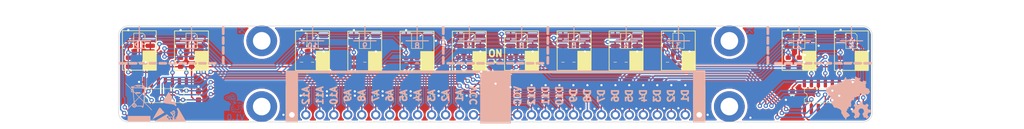
<source format=kicad_pcb>
(kicad_pcb (version 20221018) (generator pcbnew)
  (layers (0 "F.Cu" signal) (31 "B.Cu" signal) (34 "B.Paste" user) (35 "F.Paste" user) (36 "B.SilkS" user "B.Silkscreen") (37 "F.SilkS" user "F.Silkscreen") (38 "B.Mask" user) (39 "F.Mask" user) (44 "Edge.Cuts" user))
  (net 0 "")
  (net 1 "A0")
  (net 2 "GND")
  (net 3 "A1")
  (net 4 "A2")
  (net 5 "A3")
  (net 6 "A4")
  (net 7 "A5")
  (net 8 "A6")
  (net 9 "A7")
  (net 10 "A8")
  (net 11 "A9")
  (net 12 "A10")
  (net 13 "A11")
  (net 14 "VCC")
  (net 15 "Net-(D1-A)")
  (net 16 "Net-(D2-K)")
  (net 17 "Net-(Q1-S)")
  (net 18 "VDD")
  (net 19 "D0")
  (net 20 "D1")
  (net 21 "D2")
  (net 22 "D3")
  (net 23 "D4")
  (net 24 "D5")
  (net 25 "D6")
  (net 26 "D7")
  (net 27 "D8")
  (net 28 "D9")
  (net 29 "D10")
  (net 30 "D11")
  (net 31 "Net-(U1-A)")
  (net 32 "Net-(U2-A)")
  (net 33 "Net-(U3-A)")
  (net 34 "Net-(U4-A)")
  (net 35 "Net-(U5-A)")
  (net 36 "Net-(U6-A)")
  (net 37 "Net-(U7-A)")
  (net 38 "Net-(U8-A)")
  (net 39 "Net-(U9-A)")
  (net 40 "Net-(U10-A)")
  (net 41 "Net-(U11-A)")
  (net 42 "Net-(U12-A)")
  (footprint "Resistor_SMD:R_0603_1608Metric" (layer "F.Cu") (at 178.275 106.35 90)
    (fp_text reference "R6")
    (fp_text value "10k")
  )
  (footprint "LED_SMD:LED_0603_1608Metric" (layer "F.Cu") (at 147.025 108.35 180)
    (fp_text reference "D2")
    (fp_text value "LED")
  )
  (footprint "Capacitor_SMD:C_0603_1608Metric" (layer "F.Cu") (at 178.955 112.45 90)
    (fp_text reference "C26")
    (fp_text value "100nF")
  )
  (footprint "Resistor_SMD:R_0603_1608Metric" (layer "F.Cu") (at 123.275 106.35 90)
    (fp_text reference "R17")
    (fp_text value "100")
  )
  (footprint "Capacitor_SMD:C_0805_2012Metric" (layer "F.Cu") (at 148.375 111.2 -90)
    (fp_text reference "C15")
    (fp_text value "10uF")
  )
  (footprint "Resistor_SMD:R_0603_1608Metric" (layer "F.Cu") (at 151.775 106.35 90)
    (fp_text reference "R11")
    (fp_text value "100")
  )
  (footprint "OptoDevice:OnSemi_CASE100CY" (layer "F.Cu") (at 91.775 102.45 -90)
    (fp_text reference "U11")
    (fp_text value "QRE1113GR")
  )
  (footprint "PCM_Package_TO_SOT_SMD_AKL:SOT-23" (layer "F.Cu") (at 147.025 114.95 -90)
    (fp_text reference "Q1")
    (fp_text value "FDN340P" hide)
  )
  (footprint "Capacitor_SMD:C_0603_1608Metric" (layer "F.Cu") (at 93.025 112.45 90)
    (fp_text reference "C13")
    (fp_text value "1uF")
  )
  (footprint "PCM_Package_SO_AKL:SOIC-14_3.9x8.7mm_P1.27mm" (layer "F.Cu") (at 87.025 112.45 -90)
    (fp_text reference "U14")
    (fp_text value "74HC14" hide)
  )
  (footprint "Resistor_SMD:R_0603_1608Metric" (layer "F.Cu") (at 200.225 106.35 90)
    (fp_text reference "R4")
    (fp_text value "10k")
  )
  (footprint "Resistor_SMD:R_0603_1608Metric" (layer "F.Cu") (at 111.775 106.35 90)
    (fp_text reference "R20")
    (fp_text value "10k")
  )
  (footprint "Capacitor_SMD:C_0603_1608Metric" (layer "F.Cu") (at 173.895 112.45 90)
    (fp_text reference "C24")
    (fp_text value "100nF")
  )
  (footprint "OptoDevice:OnSemi_CASE100CY" (layer "F.Cu") (at 202.225 102.45 -90)
    (fp_text reference "U2")
    (fp_text value "QRE1113GR")
  )
  (footprint "OptoDevice:OnSemi_CASE100CY" (layer "F.Cu") (at 142.275 102.45 -90)
    (fp_text reference "U7")
    (fp_text value "QRE1113GR")
  )
  (footprint "Capacitor_SMD:C_0603_1608Metric" (layer "F.Cu") (at 120.165 112.45 90)
    (fp_text reference "C9")
    (fp_text value "100nF")
  )
  (footprint "OptoDevice:OnSemi_CASE100CY" (layer "F.Cu") (at 170.775 102.45 -90)
    (fp_text reference "U4")
    (fp_text value "QRE1113GR")
  )
  (footprint "PCM_Package_SO_AKL:SOIC-14_3.9x8.7mm_P1.27mm" (layer "F.Cu") (at 206.975 112.45 90)
    (fp_text reference "U13")
    (fp_text value "74HC14" hide)
  )
  (footprint "MountingHole:MountingHole_3.2mm_M3_DIN965_Pad_TopBottom" (layer "F.Cu") (at 189.525 114.45)
    (fp_text reference "REF**")
    (fp_text value "MountingHole_3.2mm_M3_DIN965_Pad_TopBottom" hide)
  )
  (footprint "Resistor_SMD:R_0603_1608Metric" (layer "F.Cu") (at 91.775 106.35 90)
    (fp_text reference "R21")
    (fp_text value "100")
  )
  (footprint "Resistor_SMD:R_0603_1608Metric" (layer "F.Cu") (at 82.275 106.35 90)
    (fp_text reference "R23")
    (fp_text value "100")
  )
  (footprint "Capacitor_SMD:C_0603_1608Metric" (layer "F.Cu") (at 137.935 112.45 90)
    (fp_text reference "C2")
    (fp_text value "100nF")
  )
  (footprint "Resistor_SMD:R_0603_1608Metric" (layer "F.Cu") (at 132.775 106.4 90)
    (fp_text reference "R15")
    (fp_text value "100")
  )
  (footprint "Resistor_SMD:R_0603_1608Metric" (layer "F.Cu") (at 180.275 106.35 90)
    (fp_text reference "R5")
    (fp_text value "100")
  )
  (footprint "Resistor_SMD:R_0603_1608Metric" (layer "F.Cu") (at 113.775 106.35 90)
    (fp_text reference "R19")
    (fp_text value "100")
  )
  (footprint "Resistor_SMD:R_0603_1608Metric" (layer "F.Cu") (at 143.025 112.45 90)
    (fp_text reference "R25")
    (fp_text value "1k")
  )
  (footprint "Resistor_SMD:R_0603_1608Metric" (layer "F.Cu") (at 121.275 106.35 90)
    (fp_text reference "R18")
    (fp_text value "10k")
  )
  (footprint "Capacitor_SMD:C_0603_1608Metric" (layer "F.Cu") (at 158.645 112.45 90)
    (fp_text reference "C18")
    (fp_text value "100nF")
  )
  (footprint "OptoDevice:OnSemi_CASE100CY" (layer "F.Cu") (at 132.775 102.45 -90)
    (fp_text reference "U8")
    (fp_text value "QRE1113GR")
  )
  (footprint "Capacitor_SMD:C_0603_1608Metric" (layer "F.Cu") (at 200.975 112.45 -90)
    (fp_text reference "C14")
    (fp_text value "1uF")
  )
  (footprint "Capacitor_SMD:C_0603_1608Metric" (layer "F.Cu") (at 135.405 112.45 90)
    (fp_text reference "C3")
    (fp_text value "100nF")
  )
  (footprint "Capacitor_SMD:C_0603_1608Metric" (layer "F.Cu") (at 130.325 112.45 90)
    (fp_text reference "C5")
    (fp_text value "100nF")
  )
  (footprint "Capacitor_SMD:C_0603_1608Metric" (layer "F.Cu") (at 163.725 112.45 90)
    (fp_text reference "C20")
    (fp_text value "100nF")
  )
  (footprint "Capacitor_SMD:C_0603_1608Metric" (layer "F.Cu") (at 122.705 112.45 90)
    (fp_text reference "C8")
    (fp_text value "100nF")
  )
  (footprint "Capacitor_SMD:C_0603_1608Metric" (layer "F.Cu") (at 127.785 112.45 90)
    (fp_text reference "C6")
    (fp_text value "100nF")
  )
  (footprint "Capacitor_SMD:C_0603_1608Metric" (layer "F.Cu") (at 171.345 112.45 90)
    (fp_text reference "C23")
    (fp_text value "100nF")
  )
  (footprint "LED_SMD:LED_0603_1608Metric" (layer "F.Cu") (at 147.025 106.35 180)
    (fp_text reference "D1")
    (fp_text value "LED")
  )
  (footprint "Resistor_SMD:R_0603_1608Metric" (layer "F.Cu") (at 209.725 106.35 90)
    (fp_text reference "R2")
    (fp_text value "10k")
  )
  (footprint "Resistor_SMD:R_0603_1608Metric" (layer "F.Cu") (at 80.275 106.35 90)
    (fp_text reference "R24")
    (fp_text value "10k")
  )
  (footprint "Capacitor_SMD:C_0603_1608Metric" (layer "F.Cu") (at 115.075 112.45 90)
    (fp_text reference "C11")
    (fp_text value "100nF")
  )
  (footprint "OptoDevice:OnSemi_CASE100CY" (layer "F.Cu") (at 211.725 102.45 -90)
    (fp_text reference "U1")
    (fp_text value "QRE1113GR")
  )
  (footprint "Resistor_SMD:R_0603_1608Metric" (layer "F.Cu") (at 159.275 106.35 90)
    (fp_text reference "R10")
    (fp_text value "10k")
  )
  (footprint "MountingHole:MountingHole_3.2mm_M3_DIN965_Pad_TopBottom" (layer "F.Cu") (at 189.525 102.45)
    (fp_text reference "REF**")
    (fp_text value "MountingHole_3.2mm_M3_DIN965_Pad_TopBottom" hide)
  )
  (footprint "Resistor_SMD:R_0603_1608Metric" (layer "F.Cu") (at 149.775 106.4 90)
    (fp_text reference "R12")
    (fp_text value "10k")
  )
  (footprint "Resistor_SMD:R_0603_1608Metric" (layer "F.Cu") (at 140.275 106.4 90)
    (fp_text reference "R14")
    (fp_text value "10k")
  )
  (footprint "Capacitor_SMD:C_0603_1608Metric" (layer "F.Cu") (at 125.245 112.45 90)
    (fp_text reference "C7")
    (fp_text value "100nF")
  )
  (footprint "Resistor_SMD:R_0603_1608Metric" (layer "F.Cu") (at 202.225 106.35 90)
    (fp_text reference "R3")
    (fp_text value "100")
  )
  (footprint "Capacitor_SMD:C_0603_1608Metric" (layer "F.Cu") (at 156.105 112.45 90)
    (fp_text reference "C17")
    (fp_text value "100nF")
  )
  (footprint "Capacitor_SMD:C_0603_1608Metric" (layer "F.Cu") (at 140.475 112.45 90)
    (fp_text reference "C1")
    (fp_text value "100nF")
  )
  (footprint "Resistor_SMD:R_0603_1608Metric" (layer "F.Cu") (at 151.025 112.45 90)
    (fp_text reference "R26")
    (fp_text value "1k")
  )
  (footprint "Capacitor_SMD:C_0603_1608Metric" (layer "F.Cu") (at 112.545 112.45 90)
    (fp_text reference "C12")
    (fp_text value "100nF")
  )
  (footprint "Resistor_SMD:R_0603_1608Metric" (layer "F.Cu") (at 211.725 106.35 90)
    (fp_text reference "R1")
    (fp_text value "100")
  )
  (footprint "Fuse:Fuse_0805_2012Metric" (layer "F.Cu") (at 145.675 111.2 90)
    (fp_text reference "F2")
    (fp_text value "Fuse")
  )
  (footprint "Capacitor_SMD:C_0603_1608Metric" (layer "F.Cu") (at 176.425 112.45 90)
    (fp_text reference "C25")
    (fp_text value "100nF")
  )
  (footprint "OptoDevice:OnSemi_CASE100CY" (layer "F.Cu") (at 180.275 102.45 -90)
    (fp_text reference "U3")
    (fp_text value "QRE1113GR")
  )
  (footprint "MountingHole:MountingHole_3.2mm_M3_DIN965_Pad_TopBottom" (layer "F.Cu") (at 104.525 102.45)
    (fp_text reference "REF**")
    (fp_text value "MountingHole_3.2mm_M3_DIN965_Pad_TopBottom" hide)
  )
  (footprint "Capacitor_SMD:C_0603_1608Metric" (layer "F.Cu") (at 117.625 112.45 90)
    (fp_text reference "C10")
    (fp_text value "100nF")
  )
  (footprint "Resistor_SMD:R_0603_1608Metric" (layer "F.Cu") (at 130.775 106.4 90)
    (fp_text reference "R16")
    (fp_text value "10k")
  )
  (footprint "Capacitor_SMD:C_0603_1608Metric" (layer "F.Cu") (at 166.265 112.45 90)
    (fp_text reference "C21")
    (fp_text value "100nF")
  )
  (footprint "Connector_PinSocket_2.54mm:PinSocket_1x14_P2.54mm_Vertical" (layer "F.Cu") (at 143.025 115.95 -90)
    (fp_text reference "J1")
    (fp_text value "Analog")
  )
  (footprint "MountingHole:MountingHole_3.2mm_M3_DIN965_Pad_TopBottom" (layer "F.Cu") (at 104.525 114.45)
    (fp_text reference "REF**")
    (fp_text value "MountingHole_3.2mm_M3_DIN965_Pad_TopBottom" hide)
  )
  (footprint "Resistor_SMD:R_0603_1608Metric" (layer "F.Cu") (at 142.275 106.4 90)
    (fp_text reference "R13")
    (fp_text value "100")
  )
  (footprint "Resistor_SMD:R_0603_1608Metric" (layer "F.Cu") (at 161.275 106.35 90)
    (fp_text reference "R9")
    (fp_text value "100")
  )
  (footprint "Resistor_SMD:R_0603_1608Metric" (layer "F.Cu") (at 168.775 106.35 90)
    (fp_text reference "R8")
    (fp_text value "10k")
  )
  (footprint "Capacitor_SMD:C_0603_1608Metric" (layer "F.Cu") (at 153.565 112.45 90)
    (fp_text reference "C16")
    (fp_text value "100nF")
  )
  (footprint "Resistor_SMD:R_0603_1608Metric" (layer "F.Cu") (at 89.775 106.35 90)
    (fp_text reference "R22")
    (fp_text value "10k")
  )
  (footprint "Resistor_SMD:R_0603_1608Metric" (layer "F.Cu") (at 170.775 106.35 90)
    (fp_text reference "R7")
    (fp_text value "100")
  )
  (footprint "OptoDevice:OnSemi_CASE100CY" (layer "F.Cu") (at 123.275 102.45 -90)
    (fp_text reference "U9")
    (fp_text value "QRE1113GR")
  )
  (footprint "OptoDevice:OnSemi_CASE100CY" (layer "F.Cu") (at 161.275 102.45 -90)
    (fp_text reference "U5")
    (fp_text value "QRE1113GR")
  )
  (footprint "Capacitor_SMD:C_0603_1608Metric" (layer "F.Cu") (at 181.505 112.45 90)
    (fp_text reference "C27")
    (fp_text value "100nF")
  )
  (footprint "Capacitor_SMD:C_0603_1608Metric" (layer "F.Cu") (at 161.185 112.45 90)
    (fp_text reference "C19")
    (fp_text value "100nF")
  )
  (footprint "OptoDevice:OnSemi_CASE100CY" (layer "F.Cu") (at 82.275 102.45 -90)
    (fp_text reference "U12")
    (fp_text value "QRE1113GR")
  )
  (footprint "OptoDevice:OnSemi_CASE100CY" (layer "F.Cu") (at 151.775 102.45 -90)
    (fp_text reference "U6")
    (fp_text value "QRE1113GR")
  )
  (footprint "OptoDevice:OnSemi_CASE100CY" (layer "F.Cu") (at 113.775 102.45 -90)
    (fp_text reference "U10")
    (fp_text value "QRE1113GR")
  )
  (footprint "Connector_PinSocket_2.54mm:PinSocket_1x14_P2.54mm_Vertical" (layer "F.Cu") (at 151.025 115.95 90)
    (fp_text reference "J2")
    (fp_text value "Digital")
  )
  (footprint "Capacitor_SMD:C_0603_1608Metric" (layer "F.Cu") (at 132.875 112.45 90)
    (fp_text reference "C4")
    (fp_text value "100nF")
  )
  (footprint "Capacitor_SMD:C_0603_1608Metric" (layer "F.Cu") (at 168.805 112.45 90)
    (fp_text reference "C22")
    (fp_text value "100nF")
  )
  (footprint "Logo_Icons:EG" (layer "B.Cu") (at 82.2 113.6 180)
    (fp_text reference "G***" hide)
    (fp_text value "LOGO" hide)
  )
  (footprint "Logo_Icons:OSHW" (layer "B.Cu") (at 213.5 115.1 180)
    (fp_text reference "G***" hide)
    (fp_text value "LOGO" hide)
  )
  (footprint "Logo_Icons:ESD" (layer "B.Cu") (at 87.5 114.6 180)
    (fp_text reference "G***" hide)
    (fp_text value "LOGO" hide)
  )
  (footprint "Logo_Icons:nabo" (layer "B.Cu") (at 99.5 113.85 180)
    (fp_text reference "G***")
    (fp_text value "LOGO" hide)
  )
  (footprint "Logo_Icons:brazil" (layer "B.Cu") (at 211.1 112.85 180)
    (fp_text reference "G***" hide)
    (fp_text value "LOGO" hide)
  )
  (gr_line (start 192.625 100.15) (end 193.675 100.15) (stroke (width 0.2)) (layer "B.Cu"))
  (gr_line (start 192.625 100.9375) (end 192.625 100.675) (stroke (width 0.2)) (layer "B.Cu"))
  (gr_line (start 193.15 100.4125) (end 192.625 100.9375) (stroke (width 0.2)) (layer "B.Cu"))
  (gr_line (start 100.4 100.9125) (end 100.6625 100.9125) (stroke (width 0.2)) (layer "B.Cu"))
  (gr_line (start 100.4 100.125) (end 101.45 100.125) (stroke (width 0.2)) (layer "B.Cu"))
  (gr_line (start 100.925 100.3875) (end 100.4 100.9125) (stroke (width 0.2)) (layer "B.Cu"))
  (gr_line (start 193.15 100.4125) (end 193.675 100.9375) (stroke (width 0.2)) (layer "B.Cu"))
  (gr_line (start 100.4 100.9125) (end 100.4 100.65) (stroke (width 0.2)) (layer "B.Cu"))
  (gr_line (start 100.6625 100.9125) (end 100.4 100.65) (stroke (width 0.2)) (layer "B.Cu"))
  (gr_line (start 192.8875 100.9375) (end 192.625 100.675) (stroke (width 0.2)) (layer "B.Cu"))
  (gr_line (start 192.625 100.9375) (end 192.8875 100.9375) (stroke (width 0.2)) (layer "B.Cu"))
  (gr_line (start 100.925 100.3875) (end 101.45 100.9125) (stroke (width 0.2)) (layer "B.Cu"))
  (gr_line (start 80.6 106.55) (end 81.7 106.55) (stroke (width 0.5)) (layer "B.SilkS"))
  (gr_line (start 202.225 102.45) (end 202.225 99.875) (stroke (width 0.2)) (layer "B.SilkS"))
  (gr_line (start 123.275 102.45) (end 125.3 102.45) (stroke (width 0.2)) (layer "B.SilkS"))
  (gr_line (start 152.05 106.55) (end 150.95 106.55) (stroke (width 0.5)) (layer "B.SilkS"))
  (gr_line (start 151.775 102.45) (end 149.75 102.45) (stroke (width 0.2)) (layer "B.SilkS"))
  (gr_line (start 156.525 105.45) (end 156.525 106.55) (stroke (width 0.5)) (layer "B.SilkS"))
  (gr_line (start 209.8 106.55) (end 208.7 106.55) (stroke (width 0.5)) (layer "B.SilkS"))
  (gr_line (start 170.775 102.45) (end 168.75 102.45) (stroke (width 0.2)) (layer "B.SilkS"))
  (gr_line (start 148.45 106.55) (end 147.35 106.55) (stroke (width 0.5)) (layer "B.SilkS"))
  (gr_line (start 141.25 106.55) (end 140.15 106.55) (stroke (width 0.5)) (layer "B.SilkS"))
  (gr_line (start 132.775 102.45) (end 132.775 99.875) (stroke (width 0.2)) (layer "B.SilkS"))
  (gr_line (start 86 106.55) (end 87.1 106.55) (stroke (width 0.5)) (layer "B.SilkS"))
  (gr_line (start 156.525 101.85) (end 156.525 102.95) (stroke (width 0.5)) (layer "B.SilkS"))
  (gr_line (start 97.525 101.85) (end 97.525 102.95) (stroke (width 0.5)) (layer "B.SilkS"))
  (gr_line (start 113.775 102.45) (end 113.775 99.875) (stroke (width 0.2)) (layer "B.SilkS"))
  (gr_line (start 208 106.55) (end 206.9 106.55) (stroke (width 0.5)) (layer "B.SilkS"))
  (gr_line (start 142.275 102.45) (end 144.3 102.45) (stroke (width 0.2)) (layer "B.SilkS"))
  (gr_line (start 155.65 106.55) (end 154.55 106.55) (stroke (width 0.5)) (layer "B.SilkS"))
  (gr_line (start 93.2 106.55) (end 94.3 106.55) (stroke (width 0.5)) (layer "B.SilkS"))
  (gr_line (start 91.775 102.45) (end 89.75 102.45) (stroke (width 0.2)) (layer "B.SilkS"))
  (gr_line (start 151.775 102.45) (end 151.775 99.875) (stroke (width 0.2)) (layer "B.SilkS"))
  (gr_line (start 144.3 108.12) (end 111.09 108.13) (stroke (width 0.5)) (layer "B.SilkS"))
  (gr_line (start 146.65 106.55) (end 145.55 106.55) (stroke (width 0.5)) (layer "B.SilkS"))
  (gr_line (start 149.76 108.12) (end 183.05 108.11) (stroke (width 0.5)) (layer "B.SilkS"))
  (gr_line (start 144.85 106.55) (end 143.75 106.55) (stroke (width 0.5)) (layer "B.SilkS"))
  (gr_line (start 211.725 102.45) (end 209.7 102.45) (stroke (width 0.2)) (layer "B.SilkS"))
  (gr_line (start 82.275 102.45) (end 84.3 102.45) (stroke (width 0.2)) (layer "B.SilkS"))
  (gr_line (start 161.275 102.45) (end 159.25 102.45) (stroke (width 0.2)) (layer "B.SilkS"))
  (gr_line (start 123.275 102.45) (end 123.275 99.875) (stroke (width 0.2)) (layer "B.SilkS"))
  (gr_line (start 196.525 103.65) (end 196.525 104.75) (stroke (width 0.5)) (layer "B.SilkS"))
  (gr_line (start 113.775 102.45) (end 111.75 102.45) (stroke (width 0.2)) (layer "B.SilkS"))
  (gr_line (start 137.525 100.05) (end 137.525 101.15) (stroke (width 0.5)) (layer "B.SilkS"))
  (gr_line (start 211.725 102.45) (end 213.75 102.45) (stroke (width 0.2)) (layer "B.SilkS"))
  (gr_line (start 204.4 106.55) (end 203.3 106.55) (stroke (width 0.5)) (layer "B.SilkS"))
  (gr_line (start 196.525 105.45) (end 196.525 106.55) (stroke (width 0.5)) (layer "B.SilkS"))
  (gr_line (start 200.8 106.55) (end 199.7 106.55) (stroke (width 0.5)) (layer "B.SilkS"))
  (gr_line (start 84.2 106.55) (end 85.3 106.55) (stroke (width 0.5)) (layer "B.SilkS"))
  (gr_line (start 196.525 100.05) (end 196.525 101.15) (stroke (width 0.5)) (layer "B.SilkS"))
  (gr_line (start 215.2 106.55) (end 214.1 106.55) (stroke (width 0.5)) (layer "B.SilkS"))
  (gr_line (start 91.4 106.55) (end 92.5 106.55) (stroke (width 0.5)) (layer "B.SilkS"))
  (gr_line (start 156.525 100.05) (end 156.525 101.15) (stroke (width 0.5)) (layer "B.SilkS"))
  (gr_line (start 180.275 102.45) (end 178.25 102.45) (stroke (width 0.2)) (layer "B.SilkS"))
  (gr_line (start 180.275 102.45) (end 182.3 102.45) (stroke (width 0.2)) (layer "B.SilkS"))
  (gr_line (start 97.525 103.65) (end 97.525 104.75) (stroke (width 0.5)) (layer "B.SilkS"))
  (gr_line (start 137.525 105.45) (end 137.525 106.55) (stroke (width 0.5)) (layer "B.SilkS"))
  (gr_rect (start 183 107.94) (end 185.1 117.2754) (stroke (width 0.15)) (fill solid) (layer "B.SilkS"))
  (gr_line (start 161.275 102.45) (end 163.3 102.45) (stroke (width 0.2)) (layer "B.SilkS"))
  (gr_line (start 196.525 101.85) (end 196.525 102.95) (stroke (width 0.5)) (layer "B.SilkS"))
  (gr_line (start 82.275 102.45) (end 82.275 99.875) (stroke (width 0.2)) (layer "B.SilkS"))
  (gr_line (start 211.6 106.55) (end 210.5 106.55) (stroke (width 0.5)) (layer "B.SilkS"))
  (gr_line (start 137.525 103.65) (end 137.525 104.75) (stroke (width 0.5)) (layer "B.SilkS"))
  (gr_line (start 137.525 101.85) (end 137.525 102.95) (stroke (width 0.5)) (layer "B.SilkS"))
  (gr_line (start 89.6 106.55) (end 90.7 106.55) (stroke (width 0.5)) (layer "B.SilkS"))
  (gr_line (start 161.275 102.45) (end 161.275 99.875) (stroke (width 0.2)) (layer "B.SilkS"))
  (gr_line (start 213.4 106.55) (end 212.3 106.55) (stroke (width 0.5)) (layer "B.SilkS"))
  (gr_line (start 95 106.55) (end 96.1 106.55) (stroke (width 0.5)) (layer "B.SilkS"))
  (gr_line (start 211.725 102.45) (end 211.725 99.875) (stroke (width 0.2)) (layer "B.SilkS"))
  (gr_line (start 170.775 102.45) (end 172.8 102.45) (stroke (width 0.2)) (layer "B.SilkS"))
  (gr_line (start 132.775 102.45) (end 130.75 102.45) (stroke (width 0.2)) (layer "B.SilkS"))
  (gr_line (start 202.225 102.45) (end 204.25 102.45) (stroke (width 0.2)) (layer "B.SilkS"))
  (gr_line (start 97.525 100.05) (end 97.525 101.15) (stroke (width 0.5)) (layer "B.SilkS"))
  (gr_rect (start 144.3 107.95) (end 147.04 117.46) (stroke (width 0.15)) (fill solid) (layer "B.SilkS"))
  (gr_line (start 132.775 102.45) (end 134.8 102.45) (stroke (width 0.2)) (layer "B.SilkS"))
  (gr_line (start 82.4 106.55) (end 83.5 106.55) (stroke (width 0.5)) (layer "B.SilkS"))
  (gr_line (start 202.6 106.55) (end 201.5 106.55) (stroke (width 0.5)) (layer "B.SilkS"))
  (gr_line (start 170.775 102.45) (end 170.775 99.875) (stroke (width 0.2)) (layer "B.SilkS"))
  (gr_line (start 91.775 102.45) (end 91.775 99.875) (stroke (width 0.2)) (layer "B.SilkS"))
  (gr_line (start 156.525 103.65) (end 156.525 104.75) (stroke (width 0.5)) (layer "B.SilkS"))
  (gr_line (start 139.45 106.55) (end 138.35 106.55) (stroke (width 0.5)) (layer "B.SilkS"))
  (gr_line (start 142.275 102.45) (end 140.25 102.45) (stroke (width 0.2)) (layer "B.SilkS"))
  (gr_line (start 199 106.55) (end 197.9 106.55) (stroke (width 0.5)) (layer "B.SilkS"))
  (gr_line (start 97.525 105.45) (end 97.525 106.55) (stroke (width 0.5)) (layer "B.SilkS"))
  (gr_line (start 78.8 106.55) (end 79.9 106.55) (stroke (width 0.5)) (layer "B.SilkS"))
  (gr_line (start 180.275 102.45) (end 180.275 99.875) (stroke (width 0.2)) (layer "B.SilkS"))
  (gr_line (start 91.775 102.45) (end 93.8 102.45) (stroke (width 0.2)) (layer "B.SilkS"))
  (gr_line (start 151.775 102.45) (end 153.8 102.45) (stroke (width 0.2)) (layer "B.SilkS"))
  (gr_line (start 87.8 106.55) (end 88.9 106.55) (stroke (width 0.5)) (layer "B.SilkS"))
  (gr_line (start 153.85 106.55) (end 152.75 106.55) (stroke (width 0.5)) (layer "B.SilkS"))
  (gr_line (start 123.275 102.45) (end 121.25 102.45) (stroke (width 0.2)) (layer "B.SilkS"))
  (gr_line (start 202.225 102.45) (end 200.2 102.45) (stroke (width 0.2)) (layer "B.SilkS"))
  (gr_rect (start 108.95 107.95) (end 111.05 117.25) (stroke (width 0.15)) (fill solid) (layer "B.SilkS"))
  (gr_line (start 206.2 106.55) (end 205.1 106.55) (stroke (width 0.5)) (layer "B.SilkS"))
  (gr_rect (start 147.04 107.95) (end 149.76 117.46) (stroke (width 0.15)) (fill solid) (layer "B.SilkS"))
  (gr_line (start 150.25 106.55) (end 149.15 106.55) (stroke (width 0.5)) (layer "B.SilkS"))
  (gr_line (start 142.275 102.45) (end 142.275 99.875) (stroke (width 0.2)) (layer "B.SilkS"))
  (gr_line (start 113.775 102.45) (end 115.8 102.45) (stroke (width 0.2)) (layer "B.SilkS"))
  (gr_line (start 143.05 106.55) (end 141.95 106.55) (stroke (width 0.5)) (layer "B.SilkS"))
  (gr_line (start 82.275 102.45) (end 80.25 102.45) (stroke (width 0.2)) (layer "B.SilkS"))
  (gr_rect (start 108.95 110.7) (end 111.05 117.25) (stroke (width 0.15)) (fill solid) (layer "F.SilkS"))
  (gr_rect (start 142.925 104.4) (end 145.325 107.9) (stroke (width 0.15)) (fill solid) (layer "F.SilkS"))
  (gr_rect (start 171.425 104.35) (end 173.825 107.85) (stroke (width 0.15)) (fill solid) (layer "F.SilkS"))
  (gr_rect (start 161.975 104.35) (end 164.375 107.85) (stroke (width 0.15)) (fill solid) (layer "F.SilkS"))
  (gr_rect (start 133.425 104.4) (end 135.825 107.9) (stroke (width 0.15)) (fill solid) (layer "F.SilkS"))
  (gr_rect (start 139.175 100.7) (end 145.325 107.9) (stroke (width 0.15)) (fill none) (layer "F.SilkS"))
  (gr_rect (start 110.675 100.65) (end 116.825 107.85) (stroke (width 0.15)) (fill none) (layer "F.SilkS"))
  (gr_rect (start 120.175 100.7) (end 126.325 107.9) (stroke (width 0.15)) (fill none) (layer "F.SilkS"))
  (gr_rect (start 152.425 104.35) (end 154.825 107.85) (stroke (width 0.15)) (fill solid) (layer "F.SilkS"))
  (gr_rect (start 82.95 104.3) (end 85.35 107.8) (stroke (width 0.15)) (fill solid) (layer "F.SilkS"))
  (gr_rect (start 158.225 100.65) (end 164.375 107.85) (stroke (width 0.15)) (fill none) (layer "F.SilkS"))
  (gr_rect (start 177.175 100.65) (end 183.325 107.85) (stroke (width 0.15)) (fill none) (layer "F.SilkS"))
  (gr_rect (start 114.425 104.35) (end 116.825 107.85) (stroke (width 0.15)) (fill solid) (layer "F.SilkS"))
  (gr_rect (start 123.925 104.4) (end 126.325 107.9) (stroke (width 0.15)) (fill solid) (layer "F.SilkS"))
  (gr_rect (start 183 110.7) (end 185.1 117.25) (stroke (width 0.15)) (fill solid) (layer "F.SilkS"))
  (gr_rect (start 202.875 104.35) (end 205.275 107.85) (stroke (width 0.15)) (fill solid) (layer "F.SilkS"))
  (gr_rect (start 180.925 104.35) (end 183.325 107.85) (stroke (width 0.15)) (fill solid) (layer "F.SilkS"))
  (gr_rect (start 88.675 100.65) (end 94.825 107.85) (stroke (width 0.15)) (fill none) (layer "F.SilkS"))
  (gr_rect (start 148.675 100.65) (end 154.825 107.85) (stroke (width 0.15)) (fill none) (layer "F.SilkS"))
  (gr_rect (start 129.675 100.7) (end 135.825 107.9) (stroke (width 0.15)) (fill none) (layer "F.SilkS"))
  (gr_rect (start 79.2 100.6) (end 85.35 107.8) (stroke (width 0.15)) (fill none) (layer "F.SilkS"))
  (gr_rect (start 92.425 104.35) (end 94.825 107.85) (stroke (width 0.15)) (fill solid) (layer "F.SilkS"))
  (gr_rect (start 167.675 100.65) (end 173.825 107.85) (stroke (width 0.15)) (fill none) (layer "F.SilkS"))
  (gr_rect (start 199.125 100.65) (end 205.275 107.85) (stroke (width 0.15)) (fill none) (layer "F.SilkS"))
  (gr_rect (start 208.625 100.65) (end 214.775 107.85) (stroke (width 0.15)) (fill none) (layer "F.SilkS"))
  (gr_rect (start 212.375 104.35) (end 214.775 107.85) (stroke (width 0.15)) (fill solid) (layer "F.SilkS"))
  (gr_line (start 213.8 117.25) (end 80.2 117.25) (stroke (width 0.1)) (layer "Edge.Cuts"))
  (gr_arc (start 215.5 115.55) (mid 215.002082 116.752082) (end 213.8 117.25) (stroke (width 0.1)) (layer "Edge.Cuts"))
  (gr_line (start 78.5 115.55) (end 78.5 101.45) (stroke (width 0.1)) (layer "Edge.Cuts"))
  (gr_arc (start 78.5 101.45) (mid 78.997183 100.248654) (end 80.197919 99.75) (stroke (width 0.1)) (layer "Edge.Cuts"))
  (gr_line (start 213.8 99.75) (end 80.197919 99.75) (stroke (width 0.1)) (layer "Edge.Cuts"))
  (gr_arc (start 80.2 117.25) (mid 78.997918 116.752082) (end 78.5 115.55) (stroke (width 0.1)) (layer "Edge.Cuts"))
  (gr_arc (start 213.8 99.75) (mid 215.002082 100.247918) (end 215.5 101.45) (stroke (width 0.1)) (layer "Edge.Cuts"))
  (gr_line (start 215.5 115.55) (end 215.5 101.45) (stroke (width 0.1)) (layer "Edge.Cuts"))
  (gr_text "V1.0" (at 101.5 117) (layer "B.Cu") (effects (font (size 1 1)) (justify left bottom mirror)))
  (gr_text "5" (at 161.275 103.35) (layer "B.SilkS") (effects (font (size 1 1) (thickness 0.2) bold) (justify mirror)))
  (gr_text "D6" (at 168.79 112.48 90) (layer "B.SilkS") (effects (font (size 1.2 1.2) (thickness 0.3) bold) (justify mirror)))
  (gr_text "A10" (at 117.62 112.45 90) (layer "B.SilkS") (effects (font (size 1.2 1.2) (thickness 0.3) bold) (justify mirror)))
  (gr_text "A1" (at 140.48 112.45 90) (layer "B.SilkS") (effects (font (size 1.2 1.2) (thickness 0.3) bold) (justify mirror)))
  (gr_text "3" (at 180.275 103.35) (layer "B.SilkS") (effects (font (size 1 1) (thickness 0.2) bold) (justify mirror)))
  (gr_text "A9" (at 120.16 112.45 90) (layer "B.SilkS") (effects (font (size 1.2 1.2) (thickness 0.3) bold) (justify mirror)))
  (gr_text "A6" (at 127.78 112.45 90) (layer "B.SilkS") (effects (font (size 1.2 1.2) (thickness 0.3) bold) (justify mirror)))
  (gr_text "A7" (at 125.24 112.45 90) (layer "B.SilkS") (effects (font (size 1.2 1.2) (thickness 0.3) bold) (justify mirror)))
  (gr_text "11" (at 91.775 103.35) (layer "B.SilkS") (effects (font (size 1 1) (thickness 0.2) bold) (justify mirror)))
  (gr_text "9" (at 123.275 103.35) (layer "B.SilkS") (effects (font (size 1 1) (thickness 0.2) bold) (justify mirror)))
  (gr_text "A8" (at 122.7 112.45 90) (layer "B.SilkS") (effects (font (size 1.2 1.2) (thickness 0.3) bold) (justify mirror)))
  (gr_text "A2" (at 137.94 112.45 90) (layer "B.SilkS") (effects (font (size 1.2 1.2) (thickness 0.3) bold) (justify mirror)))
  (gr_text "D12" (at 153.55 112.48 90) (layer "B.SilkS") (effects (font (size 1.2 1.2) (thickness 0.3) bold) (justify mirror)))
  (gr_text "A3" (at 135.4 112.45 90) (layer "B.SilkS") (effects (font (size 1.2 1.2) (thickness 0.3) bold) (justify mirror)))
  (gr_text "2" (at 202.225 103.35) (layer "B.SilkS") (effects (font (size 1 1) (thickness 0.2) bold) (justify mirror)))
  (gr_text "VCC" (at 143.03 112.45 90) (layer "B.SilkS") (effects (font (size 1.2 1.2) (thickness 0.3) bold) (justify mirror)))
  (gr_text "4" (at 170.775 103.35) (layer "B.SilkS") (effects (font (size 1 1) (thickness 0.2) bold) (justify mirror)))
  (gr_text "D2" (at 178.95 112.48 90) (layer "B.SilkS") (effects (font (size 1.2 1.2) (thickness 0.3) bold) (justify mirror)))
  (gr_text "D11" (at 156.1 112.47 90) (layer "B.SilkS") (effects (font (size 1.2 1.2) (thickness 0.3) bold) (justify mirror)))
  (gr_text "D7" (at 166.25 112.48 90) (layer "B.SilkS") (effects (font (size 1.2 1.2) (thickness 0.3) bold) (justify mirror)))
  (gr_text "D10" (at 158.63 112.48 90) (layer "B.SilkS") (effects (font (size 1.2 1.2) (thickness 0.3) bold) (justify mirror)))
  (gr_text "1" (at 211.725 103.35) (layer "B.SilkS") (effects (font (size 1 1) (thickness 0.2) bold) (justify mirror)))
  (gr_text "D3" (at 176.41 112.48 90) (layer "B.SilkS") (effects (font (size 1.2 1.2) (thickness 0.3) bold) (justify mirror)))
  (gr_text "A11" (at 115.09 112.44 90) (layer "B.SilkS") (effects (font (size 1.2 1.2) (thickness 0.3) bold) (justify mirror)))
  (gr_text "D8" (at 163.71 112.48 90) (layer "B.SilkS") (effects (font (size 1.2 1.2) (thickness 0.3) bold) (justify mirror)))
  (gr_text "D4" (at 173.88 112.48 90) (layer "B.SilkS") (effects (font (size 1.2 1.2) (thickness 0.3) bold) (justify mirror)))
  (gr_text "A5" (at 130.32 112.45 90) (layer "B.SilkS") (effects (font (size 1.2 1.2) (thickness 0.3) bold) (justify mirror)))
  (gr_text "A4" (at 132.87 112.45 90) (layer "B.SilkS") (effects (font (size 1.2 1.2) (thickness 0.3) bold) (justify mirror)))
  (gr_text "8" (at 132.775 103.35) (layer "B.SilkS") (effects (font (size 1 1) (thickness 0.2) bold) (justify mirror)))
  (gr_text "D9" (at 161.17 112.48 90) (layer "B.SilkS") (effects (font (size 1.2 1.2) (thickness 0.3) bold) (justify mirror)))
  (gr_text "VCC" (at 151.02 112.46 90) (layer "B.SilkS") (effects (font (size 1.2 1.2) (thickness 0.3) bold) (justify mirror)))
  (gr_text "7" (at 142.275 103.35) (layer "B.SilkS") (effects (font (size 1 1) (thickness 0.2) bold) (justify mirror)))
  (gr_text "10" (at 113.775 103.35) (layer "B.SilkS") (effects (font (size 1 1) (thickness 0.2) bold) (justify mirror)))
  (gr_text "12" (at 82.275 103.35) (layer "B.SilkS") (effects (font (size 1 1) (thickness 0.2) bold) (justify mirror)))
  (gr_text "6" (at 151.775 103.35) (layer "B.SilkS") (effects (font (size 1 1) (thickness 0.2) bold) (justify mirror)))
  (gr_text "D5" (at 171.33 112.48 90) (layer "B.SilkS") (effects (font (size 1.2 1.2) (thickness 0.3) bold) (justify mirror)))
  (gr_text "A12" (at 112.54 112.45 90) (layer "B.SilkS") (effects (font (size 1.2 1.2) (thickness 0.3) bold) (justify mirror)))
  (gr_text "D1" (at 181.49 112.48 90) (layer "B.SilkS") (effects (font (size 1.2 1.2) (thickness 0.3) bold) (justify mirror)))
  (gr_text "R" (at 147.02 109.63) (layer "F.SilkS") (effects (font (size 0.8 0.8) (thickness 0.1))))
  (gr_text "ON" (at 147 104.75) (layer "F.SilkS") (effects (font (size 1.2 1.2) (thickness 0.3) bold)))
  (segment (start 209.525 108.375) (end 209.525 109.965) (width 0.25) (layer "F.Cu") (net 1))
  (segment (start 140.475 113.225) (end 140.485 113.235) (width 0.25) (layer "F.Cu") (net 1))
  (segment (start 209.725 105.525) (end 209.725 104.575) (width 0.25) (layer "F.Cu") (net 1))
  (segment (start 209.525 109.965) (end 209.515 109.975) (width 0.25) (layer "F.Cu") (net 1))
  (segment (start 140.485 113.235) (end 140.485 115.95) (width 0.25) (layer "F.Cu") (net 1))
  (segment (start 209.725 104.575) (end 209.725 103.35) (width 0.25) (layer "F.Cu") (net 1))
  (via (at 209.525 108.375) (size 0.8) (drill 0.4) (layers "F.Cu" "B.Cu") (net 1))
  (via (at 209.725 104.575) (size 0.8) (drill 0.4) (layers "F.Cu" "B.Cu") (net 1))
  (segment (start 140.485 114.86) (end 139.425 113.8) (width 0.25) (layer "B.Cu") (net 1))
  (segment (start 209.725 107.625) (end 209.525 107.825) (width 0.25) (layer "B.Cu") (net 1))
  (segment (start 140.572487 105.65) (end 153.3 105.65) (width 0.25) (layer "B.Cu") (net 1))
  (segment (start 195.511396 109.35) (end 197.711396 107.15) (width 0.25) (layer "B.Cu") (net 1))
  (segment (start 197.711396 107.15) (end 203.358021 107.15) (width 0.25) (layer "B.Cu") (net 1))
  (segment (start 209.725 104.575) (end 209.725 107.625) (width 0.25) (layer "B.Cu") (net 1))
  (segment (start 139.425 106.797487) (end 140.572487 105.65) (width 0.25) (layer "B.Cu") (net 1))
  (segment (start 153.3 105.65) (end 157 109.35) (width 0.25) (layer "B.Cu") (net 1))
  (segment (start 205.933021 104.575) (end 209.725 104.575) (width 0.25) (layer "B.Cu") (net 1))
  (segment (start 209.525 107.825) (end 209.525 108.375) (width 0.25) (layer "B.Cu") (net 1))
  (segment (start 139.425 113.8) (end 139.425 106.797487) (width 0.25) (layer "B.Cu") (net 1))
  (segment (start 157 109.35) (end 195.511396 109.35) (width 0.25) (layer "B.Cu") (net 1))
  (segment (start 140.485 115.95) (end 140.485 114.86) (width 0.25) (layer "B.Cu") (net 1))
  (segment (start 203.358021 107.15) (end 205.933021 104.575) (width 0.25) (layer "B.Cu") (net 1))
  (via (at 136.675 112.45) (size 0.8) (drill 0.4) (layers "F.Cu" "B.Cu") (net 2))
  (via (at 111.6 112.45) (size 0.8) (drill 0.4) (layers "F.Cu" "B.Cu") (net 2))
  (via (at 153.575 110.55) (size 0.8) (drill 0.4) (layers "F.Cu" "B.Cu") (net 2))
  (via (at 131.6 111.675) (size 0.8) (drill 0.4) (layers "F.Cu" "B.Cu") (net 2))
  (via (at 163.725 110.55) (size 0.8) (drill 0.4) (layers "F.Cu" "B.Cu") (net 2))
  (via (at 171.325 110.55) (size 0.8) (drill 0.4) (layers "F.Cu" "B.Cu") (net 2))
  (via (at 108.475 115.95) (size 0.8) (drill 0.4) (layers "F.Cu" "B.Cu") (net 2))
  (via (at 121.45 111.675) (size 0.8) (drill 0.4) (layers "F.Cu" "B.Cu") (net 2))
  (via (at 162.45 114.85) (size 0.8) (drill 0.4) (layers "F.Cu" "B.Cu") (net 2))
  (via (at 130.775 100.5) (size 0.8) (drill 0.4) (layers "F.Cu" "B.Cu") (net 2))
  (via (at 156.125 110.55) (size 0.8) (drill 0.4) (layers "F.Cu" "B.Cu") (net 2))
  (via (at 200.225 100.5) (size 0.8) (drill 0.4) (layers "F.Cu" "B.Cu") (net 2))
  (via (at 161.175 110.55) (size 0.8) (drill 0.4) (layers "F.Cu" "B.Cu") (net 2))
  (via (at 116.375 112.45) (size 0.8) (drill 0.4) (layers "F.Cu" "B.Cu") (net 2))
  (via (at 111.775 100.5) (size 0.8) (drill 0.4) (layers "F.Cu" "B.Cu") (net 2))
  (via (at 176.425 110.55) (size 0.8) (drill 0.4) (layers "F.Cu" "B.Cu") (net 2))
  (via (at 154.825 114.85) (size 0.8) (drill 0.4) (layers "F.Cu" "B.Cu") (net 2))
  (via (at 177.675 114.8) (size 0.8) (drill 0.4) (layers "F.Cu" "B.Cu") (net 2))
  (via (at 89.775 100.5) (size 0.8) (drill 0.4) (layers "F.Cu" "B.Cu") (net 2))
  (via (at 172.625 114.825) (size 0.8) (drill 0.4) (layers "F.Cu" "B.Cu") (net 2))
  (via (at 181.525 110.55) (size 0.8) (drill 0.4) (layers "F.Cu" "B.Cu") (net 2))
  (via (at 141.775 112.45) (size 0.8) (drill 0.4) (layers "F.Cu" "B.Cu") (net 2))
  (via (at 144.275 104.4) (size 0.8) (drill 0.4) (layers "F.Cu" "B.Cu") (net 2))
  (via (at 93.025 110.8) (size 0.8) (drill 0.4) (layers "F.Cu" "B.Cu") (net 2))
  (via (at 158.625 110.55) (size 0.8) (drill 0.4) (layers "F.Cu" "B.Cu") (net 2))
  (via (at 157.375 114.85) (size 0.8) (drill 0.4) (layers "F.Cu" "B.Cu") (net 2))
  (via (at 170.075 114.85) (size 0.8) (drill 0.4) (layers "F.Cu" "B.Cu") (net 2))
  (via (at 116.375 111.675) (size 0.8) (drill 0.4) (layers "F.Cu" "B.Cu") (net 2))
  (via (at 82.225 109.95) (size 0.8) (drill 0.4) (layers "F.Cu" "B.Cu") (net 2))
  (via (at 205.75 103.35) (size 0.8) (drill 0.4) (layers "F.Cu" "B.Cu") (net 2))
  (via (at 165 114.85) (size 0.8) (drill 0.4) (layers "F.Cu" "B.Cu") (net 2))
  (via (at 121.275 100.5) (size 0.8) (drill 0.4) (layers "F.Cu" "B.Cu") (net 2))
  (via (at 178.975 110.55) (size 0.8) (drill 0.4) (layers "F.Cu" "B.Cu") (net 2))
  (via (at 211.775 114.925) (size 0.8) (drill 0.4) (layers "F.Cu" "B.Cu") (net 2))
  (via (at 172.775 104.4) (size 0.8) (drill 0.4) (layers "F.Cu" "B.Cu") (net 2))
  (via (at 159.925 114.85) (size 0.8) (drill 0.4) (layers "F.Cu" "B.Cu") (net 2))
  (via (at 121.45 112.45) (size 0.8) (drill 0.4) (layers "F.Cu" "B.Cu") (net 2))
  (via (at 136.675 111.675) (size 0.8) (drill 0.4) (layers "F.Cu" "B.Cu") (net 2))
  (via (at 175.15 114.8) (size 0.8) (drill 0.4) (layers "F.Cu" "B.Cu") (net 2))
  (via (at 185.575 115.95) (size 0.8) (drill 0.4) (layers "F.Cu" "B.Cu") (net 2))
  (via (at 126.5 112.45) (size 0.8) (drill 0.4) (layers "F.Cu" "B.Cu") (net 2))
  (via (at 80.275 100.5) (size 0.8) (drill 0.4) (layers "F.Cu" "B.Cu") (net 2))
  (via (at 153.775 104.4) (size 0.8) (drill 0.4) (layers "F.Cu" "B.Cu") (net 2))
  (via (at 136.175 102.45) (size 0.8) (drill 0.4) (layers "F.Cu" "B.Cu") (net 2))
  (via (at 115.775 104.4) (size 0.8) (drill 0.4) (layers "F.Cu" "B.Cu") (net 2))
  (via (at 163.275 104.4) (size 0.8) (drill 0.4) (layers "F.Cu" "B.Cu") (net 2))
  (via (at 180.25 114.75) (size 0.8) (drill 0.4) (layers "F.Cu" "B.Cu") (net 2))
  (via (at 182.275 104.4) (size 0.8) (drill 0.4) (layers "F.Cu" "B.Cu") (net 2))
  (via (at 179.6 100.725) (size 0.8) (drill 0.4) (layers "F.Cu" "B.Cu") (net 2))
  (via (at 199.8 113.225) (size 0.8) (drill 0.4) (layers "F.Cu" "B.Cu") (net 2))
  (via (at 149.75 110.9) (size 0.8) (drill 0.4) (layers "F.Cu" "B.Cu") (net 2))
  (via (at 214.775 104.3) (size 0.8) (drill 0.4) (layers "F.Cu" "B.Cu") (net 2))
  (via (at 168.825 110.55) (size 0.8) (drill 0.4) (layers "F.Cu" "B.Cu") (net 2))
  (via (at 131.6 112.45) (size 0.8) (drill 0.4) (layers "F.Cu" "B.Cu") (net 2))
  (via (at 209.75 100.45) (size 0.8) (drill 0.4) (layers "F.Cu" "B.Cu") (net 2))
  (via (at 173.875 110.55) (size 0.8) (drill 0.4) (layers "F.Cu" "B.Cu") (net 2))
  (via (at 166.275 110.55) (size 0.8) (drill 0.4) (layers "F.Cu" "B.Cu") (net 2))
  (via (at 126.5 111.675) (size 0.8) (drill 0.4) (layers "F.Cu" "B.Cu") (net 2))
  (via (at 193.35 116.475) (size 0.8) (drill 0.4) (layers "F.Cu" "B.Cu") (net 2))
  (via (at 125.275 104.4) (size 0.8) (drill 0.4) (layers "F.Cu" "B.Cu") (net 2))
  (segment (start 137.945 115.95) (end 137.945 113.235) (width 0.25) (layer "F.Cu") (net 3))
  (segment (start 203.249298 106.4505) (end 206.975 106.4505) (width 0.25) (layer "F.Cu") (net 3))
  (segment (start 137.945 113.235) (end 137.935 113.225) (width 0.25) (layer "F.Cu") (net 3))
  (segment (start 200.225 105.525) (end 200.225 104.575) (width 0.25) (layer "F.Cu") (net 3))
  (segment (start 200.225 104.575) (end 200.225 103.35) (width 0.25) (layer "F.Cu") (net 3))
  (segment (start 206.975 108.375) (end 206.975 109.975) (width 0.25) (layer "F.Cu") (net 3))
  (segment (start 203.140757 106.341959) (end 203.249298 106.4505) (width 0.25) (layer "F.Cu") (net 3))
  (via (at 200.225 104.575) (size 0.8) (drill 0.4) (layers "F.Cu" "B.Cu") (net 3))
  (via (at 206.975 106.4505) (size 0.8) (drill 0.4) (layers "F.Cu" "B.Cu") (net 3))
  (via (at 206.975 108.375) (size 0.8) (drill 0.4) (layers "F.Cu" "B.Cu") (net 3))
  (via (at 203.140757 106.341959) (size 0.8) (drill 0.4) (layers "F.Cu" "B.Cu") (net 3))
  (segment (start 201.991959 106.341959) (end 200.225 104.575) (width 0.25) (layer "B.Cu") (net 3))
  (segment (start 138.975 113.8) (end 138.975 106.611091) (width 0.25) (layer "B.Cu") (net 3))
  (segment (start 137.945 114.83) (end 138.975 113.8) (width 0.25) (layer "B.Cu") (net 3))
  (segment (start 137.945 115.95) (end 137.945 114.83) (width 0.25) (layer "B.Cu") (net 3))
  (segment (start 206.975 106.4505) (end 206.975 108.375) (width 0.25) (layer "B.Cu") (net 3))
  (segment (start 140.386091 105.2) (end 153.486396 105.2) (width 0.25) (layer "B.Cu") (net 3))
  (segment (start 157.186396 108.9) (end 195.325 108.9) (width 0.25) (layer "B.Cu") (net 3))
  (segment (start 199.65 104.575) (end 200.225 104.575) (width 0.25) (layer "B.Cu") (net 3))
  (segment (start 153.486396 105.2) (end 157.186396 108.9) (width 0.25) (layer "B.Cu") (net 3))
  (segment (start 195.325 108.9) (end 199.65 104.575) (width 0.25) (layer "B.Cu") (net 3))
  (segment (start 138.975 106.611091) (end 140.386091 105.2) (width 0.25) (layer "B.Cu") (net 3))
  (segment (start 203.140757 106.341959) (end 201.991959 106.341959) (width 0.25) (layer "B.Cu") (net 3))
  (segment (start 204.425 108.4) (end 204.425 109.965) (width 0.25) (layer "F.Cu") (net 4))
  (segment (start 135.405 115.95) (end 135.405 113.225) (width 0.25) (layer "F.Cu") (net 4))
  (segment (start 178.275 104.6) (end 178.275 103.35) (width 0.25) (layer "F.Cu") (net 4))
  (segment (start 203.24621 105.037996) (end 203.608214 105.4) (width 0.25) (layer "F.Cu") (net 4))
  (segment (start 204.425 109.965) (end 204.435 109.975) (width 0.25) (layer "F.Cu") (net 4))
  (segment (start 178.275 105.525) (end 178.275 104.6) (width 0.25) (layer "F.Cu") (net 4))
  (segment (start 203.608214 105.4) (end 206.975 105.4) (width 0.25) (layer "F.Cu") (net 4))
  (via (at 206.975 105.4) (size 0.8) (drill 0.4) (layers "F.Cu" "B.Cu") (net 4))
  (via (at 178.275 104.6) (size 0.8) (drill 0.4) (layers "F.Cu" "B.Cu") (net 4))
  (via (at 204.425 108.4) (size 0.8) (drill 0.4) (layers "F.Cu" "B.Cu") (net 4))
  (via (at 203.24621 105.037996) (size 0.8) (drill 0.4) (layers "F.Cu" "B.Cu") (net 4))
  (segment (start 204.425 107.95) (end 204.425 108.4) (width 0.25) (layer "B.Cu") (net 4))
  (segment (start 203.24621 105.037996) (end 202.033214 103.825) (width 0.25) (layer "B.Cu") (net 4))
  (segment (start 135.405 114.78) (end 134.375 113.75) (width 0.25) (layer "B.Cu") (net 4))
  (segment (start 199.725 103.825) (end 195.1 108.45) (width 0.25) (layer "B.Cu") (net 4))
  (segment (start 206.975 105.4) (end 204.425 107.95) (width 0.25) (layer "B.Cu") (net 4))
  (segment (start 178.25 104.6) (end 178.275 104.6) (width 0.25) (layer "B.Cu") (net 4))
  (segment (start 134.375 109.011396) (end 140.011396 103.375) (width 0.25) (layer "B.Cu") (net 4))
  (segment (start 195.1 108.45) (end 182.125 108.45) (width 0.25) (layer "B.Cu") (net 4))
  (segment (start 140.011396 103.375) (end 177.025 103.375) (width 0.25) (layer "B.Cu") (net 4))
  (segment (start 182.125 108.45) (end 178.275 104.6) (width 0.25) (layer "B.Cu") (net 4))
  (segment (start 135.405 115.95) (end 135.405 114.78) (width 0.25) (layer "B.Cu") (net 4))
  (segment (start 202.033214 103.825) (end 199.725 103.825) (width 0.25) (layer "B.Cu") (net 4))
  (segment (start 134.375 113.75) (end 134.375 109.011396) (width 0.25) (layer "B.Cu") (net 4))
  (segment (start 177.025 103.375) (end 178.25 104.6) (width 0.25) (layer "B.Cu") (net 4))
  (segment (start 208.245 113.28) (end 208.25 113.275) (width 0.25) (layer "F.Cu") (net 5))
  (segment (start 132.865 115.95) (end 132.865 113.235) (width 0.25) (layer "F.Cu") (net 5))
  (segment (start 167.425 102.6505) (end 168.5755 102.6505) (width 0.25) (layer "F.Cu") (net 5))
  (segment (start 168.5755 102.6505) (end 168.775 102.85) (width 0.25) (layer "F.Cu") (net 5))
  (segment (start 132.865 113.235) (end 132.875 113.225) (width 0.25) (layer "F.Cu") (net 5))
  (segment (start 168.775 105.525) (end 168.775 103.35) (width 0.25) (layer "F.Cu") (net 5))
  (segment (start 208.245 114.925) (end 208.245 113.28) (width 0.25) (layer "F.Cu") (net 5))
  (segment (start 168.775 102.85) (end 168.775 103.35) (width 0.25) (layer "F.Cu") (net 5))
  (via (at 208.25 113.275) (size 0.8) (drill 0.4) (layers "F.Cu" "B.Cu") (net 5))
  (via (at 167.425 102.6505) (size 0.8) (drill 0.4) (layers "F.Cu" "B.Cu") (net 5))
  (segment (start 177.4505 102.6505) (end 182.8 108) (width 0.25) (layer "B.Cu") (net 5))
  (segment (start 140.0995 102.6505) (end 167.425 102.6505) (width 0.25) (layer "B.Cu") (net 5))
  (segment (start 212.95 104.7) (end 212.95 111.675) (width 0.25) (layer "B.Cu") (net 5))
  (segment (start 210.725 102.475) (end 212.95 104.7) (width 0.25) (layer "B.Cu") (net 5))
  (segment (start 200.438604 102.475) (end 210.725 102.475) (width 0.25) (layer "B.Cu") (net 5))
  (segment (start 132.865 114.835) (end 133.925 113.775) (width 0.25) (layer "B.Cu") (net 5))
  (segment (start 211.35 113.275) (end 208.25 113.275) (width 0.25) (layer "B.Cu") (net 5))
  (segment (start 212.95 111.675) (end 211.35 113.275) (width 0.25) (layer "B.Cu") (net 5))
  (segment (start 182.8 108) (end 194.913604 108) (width 0.25) (layer "B.Cu") (net 5))
  (segment (start 132.865 115.95) (end 132.865 114.835) (width 0.25) (layer "B.Cu") (net 5))
  (segment (start 194.913604 108) (end 200.438604 102.475) (width 0.25) (layer "B.Cu") (net 5))
  (segment (start 133.925 108.825) (end 140.0995 102.6505) (width 0.25) (layer "B.Cu") (net 5))
  (segment (start 167.425 102.6505) (end 177.4505 102.6505) (width 0.25) (layer "B.Cu") (net 5))
  (segment (start 133.925 113.775) (end 133.925 108.825) (width 0.25) (layer "B.Cu") (net 5))
  (segment (start 205.705 116.08) (end 205.705 114.925) (width 0.25) (layer "F.Cu") (net 6))
  (segment (start 212.467604 116.421) (end 206.046 116.421) (width 0.25) (layer "F.Cu") (net 6))
  (segment (start 159.275 105.525) (end 159.275 103.35) (width 0.25) (layer "F.Cu") (net 6))
  (segment (start 130.325 115.95) (end 130.325 113.225) (width 0.25) (layer "F.Cu") (net 6))
  (segment (start 157.6 101.926) (end 157.6 102.625) (width 0.25) (layer "F.Cu") (net 6))
  (segment (start 206.046 116.421) (end 205.705 116.08) (width 0.25) (layer "F.Cu") (net 6))
  (segment (start 157.6 102.625) (end 158.325 103.35) (width 0.25) (layer "F.Cu") (net 6))
  (segment (start 213.05 115.838604) (end 212.467604 116.421) (width 0.25) (layer "F.Cu") (net 6))
  (segment (start 158.325 103.35) (end 159.275 103.35) (width 0.25) (layer "F.Cu") (net 6))
  (segment (start 213.05 113.8) (end 213.05 115.838604) (width 0.25) (layer "F.Cu") (net 6))
  (via (at 213.05 113.8) (size 0.8) (drill 0.4) (layers "F.Cu" "B.Cu") (net 6))
  (via (at 157.6 101.926) (size 0.8) (drill 0.4) (layers "F.Cu" "B.Cu") (net 6))
  (segment (start 132.025 107.225) (end 134.888604 107.225) (width 0.25) (layer "B.Cu") (net 6))
  (segment (start 129.3 109.95) (end 132.025 107.225) (width 0.25) (layer "B.Cu") (net 6))
  (segment (start 129.3 113.825) (end 129.3 109.95) (width 0.25) (layer "B.Cu") (net 6))
  (segment (start 213.4 104.513604) (end 210.911396 102.025) (width 0.25) (layer "B.Cu") (net 6))
  (segment (start 210.911396 102.025) (end 200.252208 102.025) (width 0.25) (layer "B.Cu") (net 6))
  (segment (start 213.05 113.8) (end 213.05 112.211396) (width 0.25) (layer "B.Cu") (net 6))
  (segment (start 130.325 115.95) (end 130.325 114.85) (width 0.25) (layer "B.Cu") (net 6))
  (segment (start 200.252208 102.025) (end 194.727208 107.55) (width 0.25) (layer "B.Cu") (net 6))
  (segment (start 182.986396 107.55) (end 177.362396 101.926) (width 0.25) (layer "B.Cu") (net 6))
  (segment (start 140.187604 101.926) (end 157.6 101.926) (width 0.25) (layer "B.Cu") (net 6))
  (segment (start 194.727208 107.55) (end 182.986396 107.55) (width 0.25) (layer "B.Cu") (net 6))
  (segment (start 213.05 112.211396) (end 213.4 111.861396) (width 0.25) (layer "B.Cu") (net 6))
  (segment (start 134.888604 107.225) (end 140.187604 101.926) (width 0.25) (layer "B.Cu") (net 6))
  (segment (start 130.325 114.85) (end 129.3 113.825) (width 0.25) (layer "B.Cu") (net 6))
  (segment (start 177.362396 101.926) (end 157.6 101.926) (width 0.25) (layer "B.Cu") (net 6))
  (segment (start 213.4 111.861396) (end 213.4 104.513604) (width 0.25) (layer "B.Cu") (net 6))
  (segment (start 148.125 101.2015) (end 148.125 102.8) (width 0.25) (layer "F.Cu") (net 7))
  (segment (start 148.675 103.35) (end 149.775 103.35) (width 0.25) (layer "F.Cu") (net 7))
  (segment (start 213.862098 112.812098) (end 213.862098 115.662902) (width 0.25) (layer "F.Cu") (net 7))
  (segment (start 203.165 116.19) (end 203.165 114.925) (width 0.25) (layer "F.Cu") (net 7))
  (segment (start 212.654 116.871) (end 203.846 116.871) (width 0.25) (layer "F.Cu") (net 7))
  (segment (start 149.775 105.575) (end 149.775 103.35) (width 0.25) (layer "F.Cu") (net 7))
  (segment (start 213.862098 115.662902) (end 212.654 116.871) (width 0.25) (layer "F.Cu") (net 7))
  (segment (start 203.846 116.871) (end 203.165 116.19) (width 0.25) (layer "F.Cu") (net 7))
  (segment (start 148.125 102.8) (end 148.675 103.35) (width 0.25) (layer "F.Cu") (net 7))
  (segment (start 127.785 115.95) (end 127.785 113.225) (width 0.25) (layer "F.Cu") (net 7))
  (via (at 148.125 101.2015) (size 0.8) (drill 0.4) (layers "F.Cu" "B.Cu") (net 7))
  (via (at 213.862098 112.812098) (size 0.8) (drill 0.4) (layers "F.Cu" "B.Cu") (net 7))
  (segment (start 127.785 114.99) (end 128.85 113.925) (width 0.25) (layer "B.Cu") (net 7))
  (segment (start 127.785 115.95) (end 127.785 114.99) (width 0.25) (layer "B.Cu") (net 7))
  (segment (start 140.252208 101.225) (end 148.1015 101.225) (width 0.25) (layer "B.Cu") (net 7))
  (segment (start 213.85 112.8) (end 213.862098 112.812098) (width 0.25) (layer "B.Cu") (net 7))
  (segment (start 183.172792 107.1) (end 194.540812 107.1) (width 0.25) (layer "B.Cu") (net 7))
  (segment (start 131.838604 106.775) (end 134.702208 106.775) (width 0.25) (layer "B.Cu") (net 7))
  (segment (start 200.065812 101.575) (end 211.097792 101.575) (width 0.25) (layer "B.Cu") (net 7))
  (segment (start 148.125 101.2015) (end 148.1255 101.201) (width 0.25) (layer "B.Cu") (net 7))
  (segment (start 134.702208 106.775) (end 140.252208 101.225) (width 0.25) (layer "B.Cu") (net 7))
  (segment (start 194.540812 107.1) (end 200.065812 101.575) (width 0.25) (layer "B.Cu") (net 7))
  (segment (start 177.273792 101.201) (end 183.172792 107.1) (width 0.25) (layer "B.Cu") (net 7))
  (segment (start 128.85 113.925) (end 128.85 109.763604) (width 0.25) (layer "B.Cu") (net 7))
  (segment (start 128.85 109.763604) (end 131.838604 106.775) (width 0.25) (layer "B.Cu") (net 7))
  (segment (start 148.1015 101.225) (end 148.125 101.2015) (width 0.25) (layer "B.Cu") (net 7))
  (segment (start 211.097792 101.575) (end 213.85 104.327208) (width 0.25) (layer "B.Cu") (net 7))
  (segment (start 148.1255 101.201) (end 177.273792 101.201) (width 0.25) (layer "B.Cu") (net 7))
  (segment (start 213.85 104.327208) (end 213.85 112.8) (width 0.25) (layer "B.Cu") (net 7))
  (segment (start 140.275 105.575) (end 140.275 103.35) (width 0.25) (layer "F.Cu") (net 8))
  (segment (start 89.565 116.135) (end 89.565 114.925) (width 0.25) (layer "F.Cu") (net 8))
  (segment (start 80.771 116.871) (end 88.829 116.871) (width 0.25) (layer "F.Cu") (net 8))
  (segment (start 79.525 115.625) (end 80.771 116.871) (width 0.25) (layer "F.Cu") (net 8))
  (segment (start 137.525 102.725) (end 138.15 103.35) (width 0.25) (layer "F.Cu") (net 8))
  (segment (start 138.15 103.35) (end 140.275 103.35) (width 0.25) (layer "F.Cu") (net 8))
  (segment (start 125.245 115.95) (end 125.245 113.225) (width 0.25) (layer "F.Cu") (net 8))
  (segment (start 88.829 116.871) (end 89.565 116.135) (width 0.25) (layer "F.Cu") (net 8))
  (via (at 79.525 115.625) (size 0.8) (drill 0.4) (layers "F.Cu" "B.Cu") (net 8))
  (via (at 137.525 102.725) (size 0.8) (drill 0.4) (layers "F.Cu" "B.Cu") (net 8))
  (segment (start 78.879 114.979) (end 78.879 104.096) (width 0.25) (layer "B.Cu") (net 8))
  (segment (start 112.677208 101.25) (end 136.05 101.25) (width 0.25) (layer "B.Cu") (net 8))
  (segment (start 125.245 114.82) (end 124.2 113.775) (width 0.25) (layer "B.Cu") (net 8))
  (segment (start 81.125 101.85) (end 94 101.85) (width 0.25) (layer "B.Cu") (net 8))
  (segment (start 79.525 115.625) (end 78.879 114.979) (width 0.25) (layer "B.Cu") (net 8))
  (segment (start 124.2 113.775) (end 124.2 109.25) (width 0.25) (layer "B.Cu") (net 8))
  (segment (start 134.075 106.175) (end 137.525 102.725) (width 0.25) (layer "B.Cu") (net 8))
  (segment (start 94 101.85) (end 99.175 107.025) (width 0.25) (layer "B.Cu") (net 8))
  (segment (start 124.2 109.25) (end 127.275 106.175) (width 0.25) (layer "B.Cu") (net 8))
  (segment (start 78.879 104.096) (end 81.125 101.85) (width 0.25) (layer "B.Cu") (net 8))
  (segment (start 136.05 101.25) (end 137.525 102.725) (width 0.25) (layer "B.Cu") (net 8))
  (segment (start 125.245 115.95) (end 125.245 114.82) (width 0.25) (layer "B.Cu") (net 8))
  (segment (start 127.275 106.175) (end 134.075 106.175) (width 0.25) (layer "B.Cu") (net 8))
  (segment (start 106.902208 107.025) (end 112.677208 101.25) (width 0.25) (layer "B.Cu") (net 8))
  (segment (start 99.175 107.025) (end 106.902208 107.025) (width 0.25) (layer "B.Cu") (net 8))
  (segment (start 122.705 113.225) (end 122.705 115.95) (width 0.25) (layer "F.Cu") (net 9))
  (segment (start 81.471 116.421) (end 86.654 116.421) (width 0.25) (layer "F.Cu") (net 9))
  (segment (start 87.025 116.05) (end 87.025 114.925) (width 0.25) (layer "F.Cu") (net 9))
  (segment (start 79.625 114.575) (end 81.471 116.421) (width 0.25) (layer "F.Cu") (net 9))
  (segment (start 86.654 116.421) (end 87.025 116.05) (width 0.25) (layer "F.Cu") (net 9))
  (segment (start 130.775 105.575) (end 130.775 103.35) (width 0.25) (layer "F.Cu") (net 9))
  (via (at 130.775 104.6) (size 0.8) (drill 0.4) (layers "F.Cu" "B.Cu") (net 9))
  (via (at 79.625 114.575) (size 0.8) (drill 0.4) (layers "F.Cu" "B.Cu") (net 9))
  (segment (start 130.775 104) (end 130.775 104.6) (width 0.25) (layer "B.Cu") (net 9))
  (segment (start 112.863604 101.7) (end 128.475 101.7) (width 0.25) (layer "B.Cu") (net 9))
  (segment (start 123.75 113.775) (end 123.75 109.063604) (width 0.25) (layer "B.Cu") (net 9))
  (segment (start 98.672792 107.475) (end 107.088604 107.475) (width 0.25) (layer "B.Cu") (net 9))
  (segment (start 93.497792 102.3) (end 98.672792 107.475) (width 0.25) (layer "B.Cu") (net 9))
  (segment (start 79.329 112.629) (end 79.329 104.282396) (width 0.25) (layer "B.Cu") (net 9))
  (segment (start 128.475 101.7) (end 130.775 104) (width 0.25) (layer "B.Cu") (net 9))
  (segment (start 81.311396 102.3) (end 93.497792 102.3) (width 0.25) (layer "B.Cu") (net 9))
  (segment (start 123.75 109.063604) (end 128.213604 104.6) (width 0.25) (layer "B.Cu") (net 9))
  (segment (start 122.705 115.95) (end 122.705 114.82) (width 0.25) (layer "B.Cu") (net 9))
  (segment (start 79.625 112.925) (end 79.329 112.629) (width 0.25) (layer "B.Cu") (net 9))
  (segment (start 79.625 114.575) (end 79.625 112.925) (width 0.25) (layer "B.Cu") (net 9))
  (segment (start 79.329 104.282396) (end 81.311396 102.3) (width 0.25) (layer "B.Cu") (net 9))
  (segment (start 128.213604 104.6) (end 130.775 104.6) (width 0.25) (layer "B.Cu") (net 9))
  (segment (start 122.705 114.82) (end 123.75 113.775) (width 0.25) (layer "B.Cu") (net 9))
  (segment (start 107.088604 107.475) (end 112.863604 101.7) (width 0.25) (layer "B.Cu") (net 9))
  (segment (start 85.925 103.85) (end 83.425 106.35) (width 0.25) (layer "F.Cu") (net 10))
  (segment (start 121.275 105.525) (end 121.275 104.55) (width 0.25) (layer "F.Cu") (net 10))
  (segment (start 120.165 113.225) (end 120.165 115.95) (width 0.25) (layer "F.Cu") (net 10))
  (segment (start 85.925 103.025) (end 85.925 103.85) (width 0.25) (layer "F.Cu") (net 10))
  (segment (start 84.5 114.91) (end 84.485 114.925) (width 0.25) (layer "F.Cu") (net 10))
  (segment (start 84.5 113.275) (end 84.5 114.91) (width 0.25) (layer "F.Cu") (net 10))
  (segment (start 121.275 104.55) (end 121.275 103.35) (width 0.25) (layer "F.Cu") (net 10))
  (via (at 121.275 104.55) (size 0.8) (drill 0.4) (layers "F.Cu" "B.Cu") (net 10))
  (via (at 85.925 103.025) (size 0.8) (drill 0.4) (layers "F.Cu" "B.Cu") (net 10))
  (via (at 83.425 106.35) (size 0.8) (drill 0.4) (layers "F.Cu" "B.Cu") (net 10))
  (via (at 84.5 113.275) (size 0.8) (drill 0.4) (layers "F.Cu" "B.Cu") (net 10))
  (segment (start 83.425 106.35) (end 83.425 108.925) (width 0.25) (layer "B.Cu") (net 10))
  (segment (start 119.15 113.825) (end 119.15 109.8) (width 0.25) (layer "B.Cu") (net 10))
  (segment (start 107.275 107.925) (end 98.486396 107.925) (width 0.25) (layer "B.Cu") (net 10))
  (segment (start 83.2 111.975) (end 84.5 113.275) (width 0.25) (layer "B.Cu") (net 10))
  (segment (start 83.425 108.925) (end 83.2 109.15) (width 0.25) (layer "B.Cu") (net 10))
  (segment (start 120.4 103.675) (end 111.525 103.675) (width 0.25) (layer "B.Cu") (net 10))
  (segment (start 120.165 114.84) (end 119.15 113.825) (width 0.25) (layer "B.Cu") (net 10))
  (segment (start 83.2 109.15) (end 83.2 111.975) (width 0.25) (layer "B.Cu") (net 10))
  (segment (start 119.15 109.8) (end 121.275 107.675) (width 0.25) (layer "B.Cu") (net 10))
  (segment (start 121.275 107.675) (end 121.275 104.55) (width 0.25) (layer "B.Cu") (net 10))
  (segment (start 111.525 103.675) (end 107.275 107.925) (width 0.25) (layer "B.Cu") (net 10))
  (segment (start 120.165 115.95) (end 120.165 114.84) (width 0.25) (layer "B.Cu") (net 10))
  (segment (start 93.586396 103.025) (end 85.925 103.025) (width 0.25) (layer "B.Cu") (net 10))
  (segment (start 98.486396 107.925) (end 93.586396 103.025) (width 0.25) (layer "B.Cu") (net 10))
  (segment (start 121.275 104.55) (end 120.4 103.675) (width 0.25) (layer "B.Cu") (net 10))
  (segment (start 117.625 115.95) (end 117.625 113.225) (width 0.25) (layer "F.Cu") (net 11))
  (segment (start 90.825 109.965) (end 90.835 109.975) (width 0.25) (layer "F.Cu") (net 11))
  (segment (start 111.775 104.575) (end 111.775 103.35) (width 0.25) (layer "F.Cu") (net 11))
  (segment (start 111.775 105.525) (end 111.775 104.575) (width 0.25) (layer "F.Cu") (net 11))
  (segment (start 90.825 108.25) (end 90.825 109.965) (width 0.25) (layer "F.Cu") (net 11))
  (segment (start 86.85 105.325) (end 86.85 103.85) (width 0.25) (layer "F.Cu") (net 11))
  (via (at 90.825 108.25) (size 0.8) (drill 0.4) (layers "F.Cu" "B.Cu") (net 11))
  (via (at 86.85 105.325) (size 0.8) (drill 0.4) (layers "F.Cu" "B.Cu") (net 11))
  (via (at 86.85 103.85) (size 0.8) (drill 0.4) (layers "F.Cu" "B.Cu") (net 11))
  (via (at 111.775 104.575) (size 0.8) (drill 0.4) (layers "F.Cu" "B.Cu") (net 11))
  (segment (start 98.3 108.375) (end 93.775 103.85) (width 0.25) (layer "B.Cu") (net 11))
  (segment (start 118.675 113.85) (end 118.675 109.825) (width 0.25) (layer "B.Cu") (net 11))
  (segment (start 111.775 104.575) (end 107.975 108.375) (width 0.25) (layer "B.Cu") (net 11))
  (segment (start 88.688604 105.325) (end 90.825 107.461396) (width 0.25) (layer "B.Cu") (net 11))
  (segment (start 117.625 114.9) (end 118.675 113.85) (width 0.25) (layer "B.Cu") (net 11))
  (segment (start 107.975 108.375) (end 98.3 108.375) (width 0.25) (layer "B.Cu") (net 11))
  (segment (start 117.625 115.95) (end 117.625 114.9) (width 0.25) (layer "B.Cu") (net 11))
  (segment (start 86.85 105.325) (end 88.688604 105.325) (width 0.25) (layer "B.Cu") (net 11))
  (segment (start 118.675 109.825) (end 113.425 104.575) (width 0.25) (layer "B.Cu") (net 11))
  (segment (start 113.425 104.575) (end 111.775 104.575) (width 0.25) (layer "B.Cu") (net 11))
  (segment (start 93.775 103.85) (end 86.85 103.85) (width 0.25) (layer "B.Cu") (net 11))
  (segment (start 90.825 107.461396) (end 90.825 108.25) (width 0.25) (layer "B.Cu") (net 11))
  (segment (start 88.3 109.97) (end 88.295 109.975) (width 0.25) (layer "F.Cu") (net 12))
  (segment (start 115.085 113.235) (end 115.075 113.225) (width 0.25) (layer "F.Cu") (net 12))
  (segment (start 89.775 105.525) (end 89.775 104.575) (width 0.25) (layer "F.Cu") (net 12))
  (segment (start 89.15 105.525) (end 88.3 106.375) (width 0.25) (layer "F.Cu") (net 12))
  (segment (start 88.3 108.25) (end 88.3 109.97) (width 0.25) (layer "F.Cu") (net 12))
  (segment (start 89.775 104.575) (end 89.775 103.35) (width 0.25) (layer "F.Cu") (net 12))
  (segment (start 89.775 105.525) (end 89.15 105.525) (width 0.25) (layer "F.Cu") (net 12))
  (segment (start 115.085 115.95) (end 115.085 113.235) (width 0.25) (layer "F.Cu") (net 12))
  (via (at 89.775 104.575) (size 0.8) (drill 0.4) (layers "F.Cu" "B.Cu") (net 12))
  (via (at 88.3 106.375) (size 0.8) (drill 0.4) (layers "F.Cu" "B.Cu") (net 12))
  (via (at 88.3 108.25) (size 0.8) (drill 0.4) (layers "F.Cu" "B.Cu") (net 12))
  (segment (start 93.863604 104.575) (end 89.775 104.575) (width 0.25) (layer "B.Cu") (net 12))
  (segment (start 114.05 110.375) (end 112.5 108.825) (width 0.25) (layer "B.Cu") (net 12))
  (segment (start 88.3 106.375) (end 88.3 108.25) (width 0.25) (layer "B.Cu") (net 12))
  (segment (start 115.085 114.86) (end 114.05 113.825) (width 0.25) (layer "B.Cu") (net 12))
  (segment (start 115.085 115.95) (end 115.085 114.86) (width 0.25) (layer "B.Cu") (net 12))
  (segment (start 112.5 108.825) (end 98.113604 108.825) (width 0.25) (layer "B.Cu") (net 12))
  (segment (start 114.05 113.825) (end 114.05 110.375) (width 0.25) (layer "B.Cu") (net 12))
  (segment (start 98.113604 108.825) (end 93.863604 104.575) (width 0.25) (layer "B.Cu") (net 12))
  (segment (start 85.755 108.68) (end 85.755 109.975) (width 0.25) (layer "F.Cu") (net 13))
  (segment (start 112.545 115.95) (end 112.545 113.225) (width 0.25) (layer "F.Cu") (net 13))
  (segment (start 80.275 108.175) (end 85.25 108.175) (width 0.25) (layer "F.Cu") (net 13))
  (segment (start 80.275 105.525) (end 80.275 104.575) (width 0.25) (layer "F.Cu") (net 13))
  (segment (start 80.275 104.575) (end 80.275 103.35) (width 0.25) (layer "F.Cu") (net 13))
  (segment (start 85.25 108.175) (end 85.755 108.68) (width 0.25) (layer "F.Cu") (net 13))
  (via (at 80.275 108.175) (size 0.8) (drill 0.4) (layers "F.Cu" "B.Cu") (net 13))
  (via (at 80.275 104.575) (size 0.8) (drill 0.4) (layers "F.Cu" "B.Cu") (net 13))
  (segment (start 97.927208 109.275) (end 93.952208 105.3) (width 0.25) (layer "B.Cu") (net 13))
  (segment (start 93.952208 105.3) (end 89.3 105.3) (width 0.25) (layer "B.Cu") (net 13))
  (segment (start 112.545 114.88) (end 113.6 113.825) (width 0.25) (layer "B.Cu") (net 13))
  (segment (start 112.545 115.95) (end 112.545 114.88) (width 0.25) (layer "B.Cu") (net 13))
  (segment (start 112.3 109.275) (end 97.927208 109.275) (width 0.25) (layer "B.Cu") (net 13))
  (segment (start 113.6 110.575) (end 112.3 109.275) (width 0.25) (layer "B.Cu") (net 13))
  (segment (start 89.3 105.3) (end 88.575 104.575) (width 0.25) (layer "B.Cu") (net 13))
  (segment (start 80.275 108.175) (end 80.275 104.575) (width 0.25) (layer "B.Cu") (net 13))
  (segment (start 113.6 113.825) (end 113.6 110.575) (width 0.25) (layer "B.Cu") (net 13))
  (segment (start 88.575 104.575) (end 80.275 104.575) (width 0.25) (layer "B.Cu") (net 13))
  (segment (start 93.025 113.95) (end 93.025 113.225) (width 0.25) (layer "F.Cu") (net 14))
  (segment (start 82.275 107.175) (end 89.775 107.175) (width 0.25) (layer "F.Cu") (net 14))
  (segment (start 202.225 107.8) (end 202.225 107.175) (width 0.25) (layer "F.Cu") (net 14))
  (segment (start 170.775 107.175) (end 178.275 107.175) (width 0.25) (layer "F.Cu") (net 14))
  (segment (start 147.025 110.275) (end 147.0375 110.2625) (width 0.25) (layer "F.Cu") (net 14))
  (segment (start 92.3 113.225) (end 93.025 113.225) (width 0.25) (layer "F.Cu") (net 14))
  (segment (start 130.775 107.225) (end 123.325 107.225) (width 0.25) (layer "F.Cu") (net 14))
  (segment (start 202.225 107.175) (end 209.725 107.175) (width 0.25) (layer "F.Cu") (net 14))
  (segment (start 121.275 107.175) (end 113.775 107.175) (width 0.25) (layer "F.Cu") (net 14))
  (segment (start 140.275 107.225) (end 141.275 107.225) (width 0.25) (layer "F.Cu") (net 14))
  (segment (start 149.775 107.225) (end 150.8 107.225) (width 0.25) (layer "F.Cu") (net 14))
  (segment (start 203.165 108.74) (end 202.225 107.8) (width 0.25) (layer "F.Cu") (net 14))
  (segment (start 203.165 109.975) (end 203.165 108.74) (width 0.25) (layer "F.Cu") (net 14))
  (segment (start 147.0125 110.2625) (end 147.025 110.275) (width 0.25) (layer "F.Cu") (net 14))
  (segment (start 111.775 107.175) (end 113.775 107.175) (width 0.25) (layer "F.Cu") (net 14))
  (segment (start 200.225 107.175) (end 202.225 107.175) (width 0.25) (layer "F.Cu") (net 14))
  (segment (start 144.7125 110.2625) (end 145.675 110.2625) (width 0.25) (layer "F.Cu") (net 14))
  (segment (start 148.3625 110.2625) (end 148.375 110.25) (width 0.25) (layer "F.Cu") (net 14))
  (segment (start 168.775 107.175) (end 170.775 107.175) (width 0.25) (layer "F.Cu") (net 14))
  (segment (start 140.275 107.225) (end 132.775 107.225) (width 0.25) (layer "F.Cu") (net 14))
  (segment (start 201.95 109.975) (end 203.165 109.975) (width 0.25) (layer "F.Cu") (net 14))
  (segment (start 90.835 114.925) (end 92.05 114.925) (width 0.25) (layer "F.Cu") (net 14))
  (segment (start 89.775 107.175) (end 91.775 107.175) (width 0.25) (layer "F.Cu") (net 14))
  (segment (start 145.675 110.2625) (end 147.0125 110.2625) (width 0.25) (layer "F.Cu") (net 14))
  (segment (start 143.025 113.275) (end 143.8 113.275) (width 0.25) (layer "F.Cu") (net 14))
  (segment (start 144.225 110.75) (end 144.7125 110.2625) (width 0.25) (layer "F.Cu") (net 14))
  (segment (start 130.775 107.225) (end 132.775 107.225) (width 0.25) (layer "F.Cu") (net 14))
  (segment (start 92.05 114.925) (end 93.025 113.95) (width 0.25) (layer "F.Cu") (net 14))
  (segment (start 209.725 107.175) (end 211.725 107.175) (width 0.25) (layer "F.Cu") (net 14))
  (segment (start 159.275 107.175) (end 161.275 107.175) (width 0.25) (layer "F.Cu") (net 14))
  (segment (start 200.975 110.95) (end 201.95 109.975) (width 0.25) (layer "F.Cu") (net 14))
  (segment (start 161.275 107.175) (end 168.775 107.175) (width 0.25) (layer "F.Cu") (net 14))
  (segment (start 123.325 107.225) (end 123.275 107.175) (width 0.25) (layer "F.Cu") (net 14))
  (segment (start 178.275 107.175) (end 180.275 107.175) (width 0.25) (layer "F.Cu") (net 14))
  (segment (start 80.275 107.175) (end 82.275 107.175) (width 0.25) (layer "F.Cu") (net 14))
  (segment (start 144.225 112.85) (end 144.225 110.75) (width 0.25) (layer "F.Cu") (net 14))
  (segment (start 147.0375 110.2625) (end 148.3625 110.2625) (width 0.25) (layer "F.Cu") (net 14))
  (segment (start 180.275 107.175) (end 200.225 107.175) (width 0.25) (layer "F.Cu") (net 14))
  (segment (start 121.275 107.175) (end 123.275 107.175) (width 0.25) (layer "F.Cu") (net 14))
  (segment (start 91.775 112.7) (end 92.3 113.225) (width 0.25) (layer "F.Cu") (net 14))
  (segment (start 151.725 107.225) (end 151.775 107.175) (width 0.25) (layer "F.Cu") (net 14))
  (segment (start 151.775 107.175) (end 159.275 107.175) (width 0.25) (layer "F.Cu") (net 14))
  (segment (start 143.8 113.275) (end 144.225 112.85) (width 0.25) (layer "F.Cu") (net 14))
  (segment (start 91.775 107.175) (end 111.775 107.175) (width 0.25) (layer "F.Cu") (net 14))
  (segment (start 141.275 107.225) (end 142.275 107.225) (width 0.25) (layer "F.Cu") (net 14))
  (segment (start 200.975 111.675) (end 200.975 110.95) (width 0.25) (layer "F.Cu") (net 14))
  (segment (start 150.8 107.225) (end 151.725 107.225) (width 0.25) (layer "F.Cu") (net 14))
  (segment (start 91.775 107.175) (end 91.775 112.7) (width 0.25) (layer "F.Cu") (net 14))
  (via (at 147.025 110.275) (size 0.8) (drill 0.4) (layers "F.Cu" "B.Cu") (net 14))
  (via (at 150.8 107.225) (size 0.8) (drill 0.4) (layers "F.Cu" "B.Cu") (net 14))
  (via (at 141.275 107.225) (size 0.8) (drill 0.4) (layers "F.Cu" "B.Cu") (net 14))
  (segment (start 147.025 110.275) (end 147.75 110.275) (width 0.25) (layer "B.Cu") (net 14))
  (segment (start 145.55 107.225) (end 141.275 107.225) (width 0.25) (layer "B.Cu") (net 14))
  (segment (start 147.75 110.275) (end 150.8 107.225) (width 0.25) (layer "B.Cu") (net 14))
  (segment (start 147.025 110.275) (end 147.025 108.7) (width 0.25) (layer "B.Cu") (net 14))
  (segment (start 147.025 108.7) (end 145.55 107.225) (width 0.25) (layer "B.Cu") (net 14))
  (segment (start 145.2 108.825) (end 143.025 111) (width 0.25) (layer "F.Cu") (net 15))
  (segment (start 143.025 111) (end 143.025 111.625) (width 0.25) (layer "F.Cu") (net 15))
  (segment (start 145.2 106.575) (end 145.2 108.825) (width 0.25) (layer "F.Cu") (net 15))
  (segment (start 145.425 106.35) (end 145.2 106.575) (width 0.25) (layer "F.Cu") (net 15))
  (segment (start 146.2375 106.35) (end 145.425 106.35) (width 0.25) (layer "F.Cu") (net 15))
  (segment (start 150.225 108.35) (end 151.025 109.15) (width 0.25) (layer "F.Cu") (net 16))
  (segment (start 151.025 109.15) (end 151.025 111.625) (width 0.25) (layer "F.Cu") (net 16))
  (segment (start 147.8125 108.35) (end 150.225 108.35) (width 0.25) (layer "F.Cu") (net 16))
  (segment (start 146.075 113.95) (end 146.075 113.25) (width 0.25) (layer "F.Cu") (net 17))
  (segment (start 145.675 112.85) (end 145.675 112.1375) (width 0.25) (layer "F.Cu") (net 17))
  (segment (start 146.075 113.25) (end 145.675 112.85) (width 0.25) (layer "F.Cu") (net 17))
  (segment (start 151.025 115.95) (end 151.025 113.275) (width 0.25) (layer "F.Cu") (net 18))
  (segment (start 143.025 115.95) (end 151.025 115.95) (width 0.25) (layer "F.Cu") (net 18))
  (segment (start 182.225 113.225) (end 181.505 113.225) (width 0.25) (layer "F.Cu") (net 19))
  (segment (start 181.505 115.95) (end 181.505 113.225) (width 0.25) (layer "F.Cu") (net 19))
  (segment (start 210.785 109.975) (end 211.95 109.975) (width 0.25) (layer "F.Cu") (net 19))
  (segment (start 195.075 114.325) (end 195.075 113.083883) (width 0.25) (layer "F.Cu") (net 19))
  (segment (start 185.275 110.175) (end 182.225 113.225) (width 0.25) (layer "F.Cu") (net 19))
  (segment (start 192.166117 110.175) (end 185.275 110.175) (width 0.25) (layer "F.Cu") (net 19))
  (segment (start 195.075 113.083883) (end 192.166117 110.175) (width 0.25) (layer "F.Cu") (net 19))
  (via (at 211.95 109.975) (size 0.8) (drill 0.4) (layers "F.Cu" "B.Cu") (net 19))
  (via (at 195.075 114.325) (size 0.8) (drill 0.4) (layers "F.Cu" "B.Cu") (net 19))
  (segment (start 199.425 109.975) (end 211.95 109.975) (width 0.25) (layer "B.Cu") (net 19))
  (segment (start 195.075 114.325) (end 199.425 109.975) (width 0.25) (layer "B.Cu") (net 19))
  (segment (start 180.8 109.725) (end 179.9 110.625) (width 0.25) (layer "F.Cu") (net 20))
  (segment (start 196.15 114.3) (end 196.15 113.522487) (width 0.25) (layer "F.Cu") (net 20))
  (segment (start 179.725 113.225) (end 178.955 113.225) (width 0.25) (layer "F.Cu") (net 20))
  (segment (start 178.965 113.235) (end 178.955 113.225) (width 0.25) (layer "F.Cu") (net 20))
  (segment (start 192.352513 109.725) (end 180.8 109.725) (width 0.25) (layer "F.Cu") (net 20))
  (segment (start 196.15 113.522487) (end 192.352513 109.725) (width 0.25) (layer "F.Cu") (net 20))
  (segment (start 179.9 110.625) (end 179.9 113.05) (width 0.25) (layer "F.Cu") (net 20))
  (segment (start 179.9 113.05) (end 179.725 113.225) (width 0.25) (layer "F.Cu") (net 20))
  (segment (start 178.965 115.95) (end 178.965 113.235) (width 0.25) (layer "F.Cu") (net 20))
  (segment (start 208.245 109.975) (end 208.245 111.545) (width 0.25) (layer "F.Cu") (net 20))
  (segment (start 208.245 111.545) (end 208.25 111.55) (width 0.25) (layer "F.Cu") (net 20))
  (via (at 208.25 111.55) (size 0.8) (drill 0.4) (layers "F.Cu" "B.Cu") (net 20))
  (via (at 196.15 114.3) (size 0.8) (drill 0.4) (layers "F.Cu" "B.Cu") (net 20))
  (segment (start 198.9 111.55) (end 196.15 114.3) (width 0.25) (layer "B.Cu") (net 20))
  (segment (start 208.25 111.55) (end 198.9 111.55) (width 0.25) (layer "B.Cu") (net 20))
  (segment (start 205.705 112.2695) (end 205.7 112.2745) (width 0.25) (layer "F.Cu") (net 21))
  (segment (start 177.35 110.275) (end 177.35 113.05) (width 0.25) (layer "F.Cu") (net 21))
  (segment (start 197.174799 113.91089) (end 192.538909 109.275) (width 0.25) (layer "F.Cu") (net 21))
  (segment (start 192.538909 109.275) (end 178.35 109.275) (width 0.25) (layer "F.Cu") (net 21))
  (segment (start 197.174799 114.299799) (end 197.174799 113.91089) (width 0.25) (layer "F.Cu") (net 21))
  (segment (start 177.175 113.225) (end 176.425 113.225) (width 0.25) (layer "F.Cu") (net 21))
  (segment (start 205.705 109.975) (end 205.705 112.2695) (width 0.25) (layer "F.Cu") (net 21))
  (segment (start 177.35 113.05) (end 177.175 113.225) (width 0.25) (layer "F.Cu") (net 21))
  (segment (start 178.35 109.275) (end 177.35 110.275) (width 0.25) (layer "F.Cu") (net 21))
  (segment (start 176.425 115.95) (end 176.425 113.225) (width 0.25) (layer "F.Cu") (net 21))
  (via (at 197.174799 114.299799) (size 0.8) (drill 0.4) (layers "F.Cu" "B.Cu") (net 21))
  (via (at 205.7 112.2745) (size 0.8) (drill 0.4) (layers "F.Cu" "B.Cu") (net 21))
  (segment (start 199.374598 112.1) (end 197.174799 114.299799) (width 0.25) (layer "B.Cu") (net 21))
  (segment (start 205.7 112.2745) (end 205.5255 112.1) (width 0.25) (layer "B.Cu") (net 21))
  (segment (start 205.5255 112.1) (end 199.374598 112.1) (width 0.25) (layer "B.Cu") (net 21))
  (segment (start 198.25 116.4) (end 198.25 114.349695) (width 0.25) (layer "F.Cu") (net 22))
  (segment (start 209.515 112.49) (end 209.5 112.475) (width 0.25) (layer "F.Cu") (net 22))
  (segment (start 175.175 109.6) (end 175.175 112.7) (width 0.25) (layer "F.Cu") (net 22))
  (segment (start 198.25 114.349695) (end 192.725305 108.825) (width 0.25) (layer "F.Cu") (net 22))
  (segment (start 209.515 114.925) (end 209.515 112.49) (width 0.25) (layer "F.Cu") (net 22))
  (segment (start 174.65 113.225) (end 173.895 113.225) (width 0.25) (layer "F.Cu") (net 22))
  (segment (start 192.725305 108.825) (end 175.95 108.825) (width 0.25) (layer "F.Cu") (net 22))
  (segment (start 173.885 115.95) (end 173.885 113.235) (width 0.25) (layer "F.Cu") (net 22))
  (segment (start 173.885 113.235) (end 173.895 113.225) (width 0.25) (layer "F.Cu") (net 22))
  (segment (start 175.95 108.825) (end 175.175 109.6) (width 0.25) (layer "F.Cu") (net 22))
  (segment (start 175.175 112.7) (end 174.65 113.225) (width 0.25) (layer "F.Cu") (net 22))
  (via (at 209.5 112.475) (size 0.8) (drill 0.4) (layers "F.Cu" "B.Cu") (net 22))
  (via (at 198.25 116.4) (size 0.8) (drill 0.4) (layers "F.Cu" "B.Cu") (net 22))
  (segment (start 203.975 116.4) (end 198.25 116.4) (width 0.25) (layer "B.Cu") (net 22))
  (segment (start 209.5 112.475) (end 207.9 112.475) (width 0.25) (layer "B.Cu") (net 22))
  (segment (start 207.9 112.475) (end 203.975 116.4) (width 0.25) (layer "B.Cu") (net 22))
  (segment (start 172.275 109.525) (end 172.275 113.075) (width 0.25) (layer "F.Cu") (net 23))
  (segment (start 199.075 115.625) (end 199.075 114.538299) (width 0.25) (layer "F.Cu") (net 23))
  (segment (start 172.275 113.075) (end 172.125 113.225) (width 0.25) (layer "F.Cu") (net 23))
  (segment (start 172.125 113.225) (end 171.345 113.225) (width 0.25) (layer "F.Cu") (net 23))
  (segment (start 192.911701 108.375) (end 173.425 108.375) (width 0.25) (layer "F.Cu") (net 23))
  (segment (start 173.425 108.375) (end 172.275 109.525) (width 0.25) (layer "F.Cu") (net 23))
  (segment (start 206.975 112.3245) (end 206.925 112.2745) (width 0.25) (layer "F.Cu") (net 23))
  (segment (start 206.975 114.925) (end 206.975 112.3245) (width 0.25) (layer "F.Cu") (net 23))
  (segment (start 199.075 114.538299) (end 192.911701 108.375) (width 0.25) (layer "F.Cu") (net 23))
  (segment (start 171.345 115.95) (end 171.345 113.225) (width 0.25) (layer "F.Cu") (net 23))
  (via (at 206.925 112.2745) (size 0.8) (drill 0.4) (layers "F.Cu" "B.Cu") (net 23))
  (via (at 199.075 115.625) (size 0.8) (drill 0.4) (layers "F.Cu" "B.Cu") (net 23))
  (segment (start 203.5745 115.625) (end 199.075 115.625) (width 0.25) (layer "B.Cu") (net 23))
  (segment (start 206.925 112.2745) (end 203.5745 115.625) (width 0.25) (layer "B.Cu") (net 23))
  (segment (start 168.805 115.95) (end 168.805 113.225) (width 0.25) (layer "F.Cu") (net 24))
  (segment (start 193.098097 107.925) (end 171.2 107.925) (width 0.25) (layer "F.Cu") (net 24))
  (segment (start 169.55 113.225) (end 168.805 113.225) (width 0.25) (layer "F.Cu") (net 24))
  (segment (start 199.825 114.9005) (end 199.825 114.651903) (width 0.25) (layer "F.Cu") (net 24))
  (segment (start 199.825 114.651903) (end 193.098097 107.925) (width 0.25) (layer "F.Cu") (net 24))
  (segment (start 171.2 107.925) (end 169.725 109.4) (width 0.25) (layer "F.Cu") (net 24))
  (segment (start 169.725 109.4) (end 169.725 113.05) (width 0.25) (layer "F.Cu") (net 24))
  (segment (start 204.435 114.925) (end 204.435 113.16) (width 0.25) (layer "F.Cu") (net 24))
  (segment (start 204.435 113.16) (end 204.425 113.15) (width 0.25) (layer "F.Cu") (net 24))
  (segment (start 169.725 113.05) (end 169.55 113.225) (width 0.25) (layer "F.Cu") (net 24))
  (via (at 199.825 114.9005) (size 0.8) (drill 0.4) (layers "F.Cu" "B.Cu") (net 24))
  (via (at 204.425 113.15) (size 0.8) (drill 0.4) (layers "F.Cu" "B.Cu") (net 24))
  (segment (start 202.5 115.075) (end 199.9995 115.075) (width 0.25) (layer "B.Cu") (net 24))
  (segment (start 204.425 113.15) (end 202.5 115.075) (width 0.25) (layer "B.Cu") (net 24))
  (segment (start 199.9995 115.075) (end 199.825 114.9005) (width 0.25) (layer "B.Cu") (net 24))
  (segment (start 88.295 114.925) (end 88.295 113.355) (width 0.25) (layer "F.Cu") (net 25))
  (segment (start 95.275 108.075) (end 144.425 108.075) (width 0.25) (layer "F.Cu") (net 25))
  (segment (start 88.295 113.355) (end 88.3 113.35) (width 0.25) (layer "F.Cu") (net 25))
  (segment (start 166.265 115.95) (end 166.265 113.225) (width 0.25) (layer "F.Cu") (net 25))
  (segment (start 95.25 108.1) (end 95.275 108.075) (width 0.25) (layer "F.Cu") (net 25))
  (via (at 144.425 108.075) (size 0.8) (drill 0.4) (layers "F.Cu" "B.Cu") (net 25))
  (via (at 95.25 108.1) (size 0.8) (drill 0.4) (layers "F.Cu" "B.Cu") (net 25))
  (via (at 88.3 113.35) (size 0.8) (drill 0.4) (layers "F.Cu" "B.Cu") (net 25))
  (segment (start 163.1 111.675) (end 166.265 114.84) (width 0.25) (layer "B.Cu") (net 25))
  (segment (start 89.05 110.025) (end 93.325 110.025) (width 0.25) (layer "B.Cu") (net 25))
  (segment (start 147.25 111.675) (end 163.1 111.675) (width 0.25) (layer "B.Cu") (net 25))
  (segment (start 166.265 114.84) (end 166.265 115.95) (width 0.25) (layer "B.Cu") (net 25))
  (segment (start 144.425 108.075) (end 144.425 108.85) (width 0.25) (layer "B.Cu") (net 25))
  (segment (start 88.3 110.775) (end 89.05 110.025) (width 0.25) (layer "B.Cu") (net 25))
  (segment (start 144.425 108.85) (end 147.25 111.675) (width 0.25) (layer "B.Cu") (net 25))
  (segment (start 93.325 110.025) (end 95.25 108.1) (width 0.25) (layer "B.Cu") (net 25))
  (segment (start 88.3 113.35) (end 88.3 110.775) (width 0.25) (layer "B.Cu") (net 25))
  (segment (start 85.755 114.925) (end 85.755 113.72) (width 0.25) (layer "F.Cu") (net 26))
  (segment (start 163.725 115.95) (end 163.725 113.225) (width 0.25) (layer "F.Cu") (net 26))
  (segment (start 143.7005 108.880816) (end 143.344684 108.525) (width 0.25) (layer "F.Cu") (net 26))
  (segment (start 94.7 108.825) (end 93.975 108.1) (width 0.25) (layer "F.Cu") (net 26))
  (segment (start 143.344684 108.525) (end 96.213604 108.525) (width 0.25) (layer "F.Cu") (net 26))
  (segment (start 85.755 113.72) (end 86.425 113.05) (width 0.25) (layer "F.Cu") (net 26))
  (segment (start 96.213604 108.525) (end 95.913604 108.825) (width 0.25) (layer "F.Cu") (net 26))
  (segment (start 95.913604 108.825) (end 94.7 108.825) (width 0.25) (layer "F.Cu") (net 26))
  (via (at 93.975 108.1) (size 0.8) (drill 0.4) (layers "F.Cu" "B.Cu") (net 26))
  (via (at 143.7005 108.880816) (size 0.8) (drill 0.4) (layers "F.Cu" "B.Cu") (net 26))
  (via (at 86.425 113.05) (size 0.8) (drill 0.4) (layers "F.Cu" "B.Cu") (net 26))
  (segment (start 87.125 109.575) (end 92.550305 109.575) (width 0.25) (layer "B.Cu") (net 26))
  (segment (start 143.81942 108.880816) (end 147.063604 112.125) (width 0.25) (layer "B.Cu") (net 26))
  (segment (start 86.425 113.05) (end 86.425 110.275) (width 0.25) (layer "B.Cu") (net 26))
  (segment (start 162.913604 112.125) (end 163.725 112.936396) (width 0.25) (layer "B.Cu") (net 26))
  (segment (start 93.975 108.150305) (end 93.975 108.1) (width 0.25) (layer "B.Cu") (net 26))
  (segment (start 147.063604 112.125) (end 162.913604 112.125) (width 0.25) (layer "B.Cu") (net 26))
  (segment (start 92.550305 109.575) (end 93.975 108.150305) (width 0.25) (layer "B.Cu") (net 26))
  (segment (start 86.425 110.275) (end 87.125 109.575) (width 0.25) (layer "B.Cu") (net 26))
  (segment (start 143.7005 108.880816) (end 143.81942 108.880816) (width 0.25) (layer "B.Cu") (net 26))
  (segment (start 163.725 112.936396) (end 163.725 115.95) (width 0.25) (layer "B.Cu") (net 26))
  (segment (start 96.1 109.275) (end 94.125 109.275) (width 0.25) (layer "F.Cu") (net 27))
  (segment (start 142.3755 108.975) (end 96.4 108.975) (width 0.25) (layer "F.Cu") (net 27))
  (segment (start 94.125 109.275) (end 92.975 108.125) (width 0.25) (layer "F.Cu") (net 27))
  (segment (start 96.4 108.975) (end 96.1 109.275) (width 0.25) (layer "F.Cu") (net 27))
  (segment (start 83.215 114.925) (end 83.215 112.359701) (width 0.25) (layer "F.Cu") (net 27))
  (segment (start 161.185 115.95) (end 161.185 113.225) (width 0.25) (layer "F.Cu") (net 27))
  (segment (start 142.95 109.5495) (end 142.3755 108.975) (width 0.25) (layer "F.Cu") (net 27))
  (segment (start 83.215 112.359701) (end 83.9245 111.650201) (width 0.25) (layer "F.Cu") (net 27))
  (via (at 92.975 108.125) (size 0.8) (drill 0.4) (layers "F.Cu" "B.Cu") (net 27))
  (via (at 83.9245 111.650201) (size 0.8) (drill 0.4) (layers "F.Cu" "B.Cu") (net 27))
  (via (at 142.95 109.5495) (size 0.8) (drill 0.4) (layers "F.Cu" "B.Cu") (net 27))
  (segment (start 143.343879 109.5495) (end 143.544379 109.75) (width 0.25) (layer "B.Cu") (net 27))
  (segment (start 91.975 109.125) (end 92.975 108.125) (width 0.25) (layer "B.Cu") (net 27))
  (segment (start 161.185 114.835) (end 161.185 115.95) (width 0.25) (layer "B.Cu") (net 27))
  (segment (start 143.544379 109.75) (end 144.052208 109.75) (width 0.25) (layer "B.Cu") (net 27))
  (segment (start 83.9245 111.650201) (end 86.449701 109.125) (width 0.25) (layer "B.Cu") (net 27))
  (segment (start 146.877208 112.575) (end 158.925 112.575) (width 0.25) (layer "B.Cu") (net 27))
  (segment (start 142.95 109.5495) (end 143.343879 109.5495) (width 0.25) (layer "B.Cu") (net 27))
  (segment (start 86.449701 109.125) (end 91.975 109.125) (width 0.25) (layer "B.Cu") (net 27))
  (segment (start 144.052208 109.75) (end 146.877208 112.575) (width 0.25) (layer "B.Cu") (net 27))
  (segment (start 158.925 112.575) (end 161.185 114.835) (width 0.25) (layer "B.Cu") (net 27))
  (segment (start 96.011896 109.9995) (end 96.586396 109.425) (width 0.25) (layer "F.Cu") (net 28))
  (segment (start 89.9 111.55) (end 90.825 111.55) (width 0.25) (layer "F.Cu") (net 28))
  (segment (start 89.565 109.975) (end 89.565 111.215) (width 0.25) (layer "F.Cu") (net 28))
  (segment (start 95.25 109.9995) (end 96.011896 109.9995) (width 0.25) (layer "F.Cu") (net 28))
  (segment (start 141.644977 109.425) (end 141.97103 109.751053) (width 0.25) (layer "F.Cu") (net 28))
  (segment (start 89.565 111.215) (end 89.9 111.55) (width 0.25) (layer "F.Cu") (net 28))
  (segment (start 96.586396 109.425) (end 141.644977 109.425) (width 0.25) (layer "F.Cu") (net 28))
  (segment (start 158.645 115.95) (end 158.645 113.225) (width 0.25) (layer "F.Cu") (net 28))
  (via (at 141.97103 109.751053) (size 0.8) (drill 0.4) (layers "F.Cu" "B.Cu") (net 28))
  (via (at 90.825 111.55) (size 0.8) (drill 0.4) (layers "F.Cu" "B.Cu") (net 28))
  (via (at 95.25 109.9995) (size 0.8) (drill 0.4) (layers "F.Cu" "B.Cu") (net 28))
  (segment (start 93.6995 111.55) (end 95.25 109.9995) (width 0.25) (layer "B.Cu") (net 28))
  (segment (start 142.225 109.751053) (end 142.225 109.849805) (width 0.25) (layer "B.Cu") (net 28))
  (segment (start 90.825 111.55) (end 93.6995 111.55) (width 0.25) (layer "B.Cu") (net 28))
  (segment (start 141.97103 109.751053) (end 142.225 109.751053) (width 0.25) (layer "B.Cu") (net 28))
  (segment (start 144.040812 110.375) (end 146.690812 113.025) (width 0.25) (layer "B.Cu") (net 28))
  (segment (start 146.690812 113.025) (end 156.8 113.025) (width 0.25) (layer "B.Cu") (net 28))
  (segment (start 142.225 109.849805) (end 142.750195 110.375) (width 0.25) (layer "B.Cu") (net 28))
  (segment (start 142.750195 110.375) (end 144.040812 110.375) (width 0.25) (layer "B.Cu") (net 28))
  (segment (start 158.645 114.87) (end 158.645 115.95) (width 0.25) (layer "B.Cu") (net 28))
  (segment (start 156.8 113.025) (end 158.645 114.87) (width 0.25) (layer "B.Cu") (net 28))
  (segment (start 87.625 111.825) (end 89.125 111.825) (width 0.25) (layer "F.Cu") (net 29))
  (segment (start 87.025 111.225) (end 87.625 111.825) (width 0.25) (layer "F.Cu") (net 29))
  (segment (start 140.989465 109.875) (end 141.858686 110.744221) (width 0.25) (layer "F.Cu") (net 29))
  (segment (start 95.262548 111.011551) (end 96.263449 111.011551) (width 0.25) (layer "F.Cu") (net 29))
  (segment (start 97.4 109.875) (end 140.989465 109.875) (width 0.25) (layer "F.Cu") (net 29))
  (segment (start 87.025 109.975) (end 87.025 111.225) (width 0.25) (layer "F.Cu") (net 29))
  (segment (start 156.105 115.95) (end 156.105 113.225) (width 0.25) (layer "F.Cu") (net 29))
  (segment (start 96.263449 111.011551) (end 97.4 109.875) (width 0.25) (layer "F.Cu") (net 29))
  (via (at 89.125 111.825) (size 0.8) (drill 0.4) (layers "F.Cu" "B.Cu") (net 29))
  (via (at 95.262548 111.011551) (size 0.8) (drill 0.4) (layers "F.Cu" "B.Cu") (net 29))
  (via (at 141.858686 110.744221) (size 0.8) (drill 0.4) (layers "F.Cu" "B.Cu") (net 29))
  (segment (start 93.999099 112.275) (end 95.262548 111.011551) (width 0.25) (layer "B.Cu") (net 29))
  (segment (start 141.858686 110.744221) (end 142.239465 111.125) (width 0.25) (layer "B.Cu") (net 29))
  (segment (start 144.025 111.125) (end 146.375 113.475) (width 0.25) (layer "B.Cu") (net 29))
  (segment (start 89.125 111.825) (end 89.575 112.275) (width 0.25) (layer "B.Cu") (net 29))
  (segment (start 156.105 114.805) (end 156.105 115.95) (width 0.25) (layer "B.Cu") (net 29))
  (segment (start 89.575 112.275) (end 93.999099 112.275) (width 0.25) (layer "B.Cu") (net 29))
  (segment (start 154.775 113.475) (end 156.105 114.805) (width 0.25) (layer "B.Cu") (net 29))
  (segment (start 146.375 113.475) (end 154.775 113.475) (width 0.25) (layer "B.Cu") (net 29))
  (segment (start 142.239465 111.125) (end 144.025 111.125) (width 0.25) (layer "B.Cu") (net 29))
  (segment (start 85.7 112.325) (end 88.599695 112.325) (width 0.25) (layer "F.Cu") (net 30))
  (segment (start 95.75 112.175) (end 97.6 110.325) (width 0.25) (layer "F.Cu") (net 30))
  (segment (start 89.499695 113.225) (end 90.2 113.225) (width 0.25) (layer "F.Cu") (net 30))
  (segment (start 84.485 111.11) (end 85.7 112.325) (width 0.25) (layer "F.Cu") (net 30))
  (segment (start 95.275 112.175) (end 95.75 112.175) (width 0.25) (layer "F.Cu") (net 30))
  (segment (start 153.565 115.95) (end 153.565 113.225) (width 0.25) (layer "F.Cu") (net 30))
  (segment (start 84.485 109.975) (end 84.485 111.11) (width 0.25) (layer "F.Cu") (net 30))
  (segment (start 97.6 110.325) (end 140.1755 110.325) (width 0.25) (layer "F.Cu") (net 30))
  (segment (start 88.599695 112.325) (end 89.499695 113.225) (width 0.25) (layer "F.Cu") (net 30))
  (segment (start 140.1755 110.325) (end 140.475 110.6245) (width 0.25) (layer "F.Cu") (net 30))
  (via (at 140.475 110.6245) (size 0.8) (drill 0.4) (layers "F.Cu" "B.Cu") (net 30))
  (via (at 95.275 112.175) (size 0.8) (drill 0.4) (layers "F.Cu" "B.Cu") (net 30))
  (via (at 90.2 113.225) (size 0.8) (drill 0.4) (layers "F.Cu" "B.Cu") (net 30))
  (segment (start 143.838604 111.575) (end 146.188604 113.925) (width 0.25) (layer "B.Cu") (net 30))
  (segment (start 94.225 113.225) (end 95.275 112.175) (width 0.25) (layer "B.Cu") (net 30))
  (segment (start 141.425 111.575) (end 143.838604 111.575) (width 0.25) (layer "B.Cu") (net 30))
  (segment (start 146.188604 113.925) (end 152.675 113.925) (width 0.25) (layer "B.Cu") (net 30))
  (segment (start 153.565 114.815) (end 153.565 115.95) (width 0.25) (layer "B.Cu") (net 30))
  (segment (start 90.2 113.225) (end 94.225 113.225) (width 0.25) (layer "B.Cu") (net 30))
  (segment (start 140.475 110.6245) (end 140.475 110.625) (width 0.25) (layer "B.Cu") (net 30))
  (segment (start 140.475 110.625) (end 141.425 111.575) (width 0.25) (layer "B.Cu") (net 30))
  (segment (start 152.675 113.925) (end 153.565 114.815) (width 0.25) (layer "B.Cu") (net 30))
  (segment (start 211.725 102.45) (end 212.625 101.55) (width 0.25) (layer "F.Cu") (net 31))
  (segment (start 211.725 105.525) (end 211.725 102.45) (width 0.25) (layer "F.Cu") (net 31))
  (segment (start 212.625 101.55) (end 213.725 101.55) (width 0.25) (layer "F.Cu") (net 31))
  (segment (start 202.225 105.525) (end 202.225 102.45) (width 0.25) (layer "F.Cu") (net 32))
  (segment (start 202.225 102.45) (end 203.125 101.55) (width 0.25) (layer "F.Cu") (net 32))
  (segment (start 203.125 101.55) (end 204.225 101.55) (width 0.25) (layer "F.Cu") (net 32))
  (segment (start 180.275 102.45) (end 181.175 101.55) (width 0.25) (layer "F.Cu") (net 33))
  (segment (start 181.175 101.55) (end 182.275 101.55) (width 0.25) (layer "F.Cu") (net 33))
  (segment (start 180.275 105.525) (end 180.275 102.45) (width 0.25) (layer "F.Cu") (net 33))
  (segment (start 170.775 105.525) (end 170.775 102.45) (width 0.25) (layer "F.Cu") (net 34))
  (segment (start 171.675 101.55) (end 172.775 101.55) (width 0.25) (layer "F.Cu") (net 34))
  (segment (start 170.775 102.45) (end 171.675 101.55) (width 0.25) (layer "F.Cu") (net 34))
  (segment (start 162.175 101.55) (end 163.275 101.55) (width 0.25) (layer "F.Cu") (net 35))
  (segment (start 161.275 105.525) (end 161.275 102.45) (width 0.25) (layer "F.Cu") (net 35))
  (segment (start 161.275 102.45) (end 162.175 101.55) (width 0.25) (layer "F.Cu") (net 35))
  (segment (start 151.775 105.525) (end 151.775 102.4) (width 0.25) (layer "F.Cu") (net 36))
  (segment (start 151.775 102.4) (end 152.625 101.55) (width 0.25) (layer "F.Cu") (net 36))
  (segment (start 152.625 101.55) (end 153.775 101.55) (width 0.25) (layer "F.Cu") (net 36))
  (segment (start 143.175 101.55) (end 144.275 101.55) (width 0.25) (layer "F.Cu") (net 37))
  (segment (start 142.275 102.45) (end 143.175 101.55) (width 0.25) (layer "F.Cu") (net 37))
  (segment (start 142.275 105.575) (end 142.275 102.45) (width 0.25) (layer "F.Cu") (net 37))
  (segment (start 133.725 101.55) (end 134.775 101.55) (width 0.25) (layer "F.Cu") (net 38))
  (segment (start 132.775 105.575) (end 132.775 102.5) (width 0.25) (layer "F.Cu") (net 38))
  (segment (start 132.775 102.5) (end 133.725 101.55) (width 0.25) (layer "F.Cu") (net 38))
  (segment (start 124.175 101.55) (end 125.275 101.55) (width 0.25) (layer "F.Cu") (net 39))
  (segment (start 123.275 102.45) (end 124.175 101.55) (width 0.25) (layer "F.Cu") (net 39))
  (segment (start 123.275 105.525) (end 123.275 102.45) (width 0.25) (layer "F.Cu") (net 39))
  (segment (start 113.775 102.45) (end 114.675 101.55) (width 0.25) (layer "F.Cu") (net 40))
  (segment (start 114.675 101.55) (end 115.775 101.55) (width 0.25) (layer "F.Cu") (net 40))
  (segment (start 113.775 105.525) (end 113.775 102.45) (width 0.25) (layer "F.Cu") (net 40))
  (segment (start 91.775 105.525) (end 91.775 102.45) (width 0.25) (layer "F.Cu") (net 41))
  (segment (start 91.775 102.45) (end 92.675 101.55) (width 0.25) (layer "F.Cu") (net 41))
  (segment (start 92.675 101.55) (end 93.775 101.55) (width 0.25) (layer "F.Cu") (net 41))
  (segment (start 82.275 102.45) (end 83.175 101.55) (width 0.25) (layer "F.Cu") (net 42))
  (segment (start 83.175 101.55) (end 84.275 101.55) (width 0.25) (layer "F.Cu") (net 42))
  (segment (start 82.275 105.525) (end 82.275 102.45) (width 0.25) (layer "F.Cu") (net 42))
  (zone (net 2) (net_name "GND") (layers "F&B.Cu") (connect_pads (clearance 0.254)) (min_thickness 0.254) (fill yes (thermal_gap 0.254) (thermal_bridge_width 0.254))
    (polygon (pts (xy 78.475 99.75) (xy 215.525 99.75) (xy 215.525 117.25) (xy 78.475 117.25)))
  )
)
</source>
